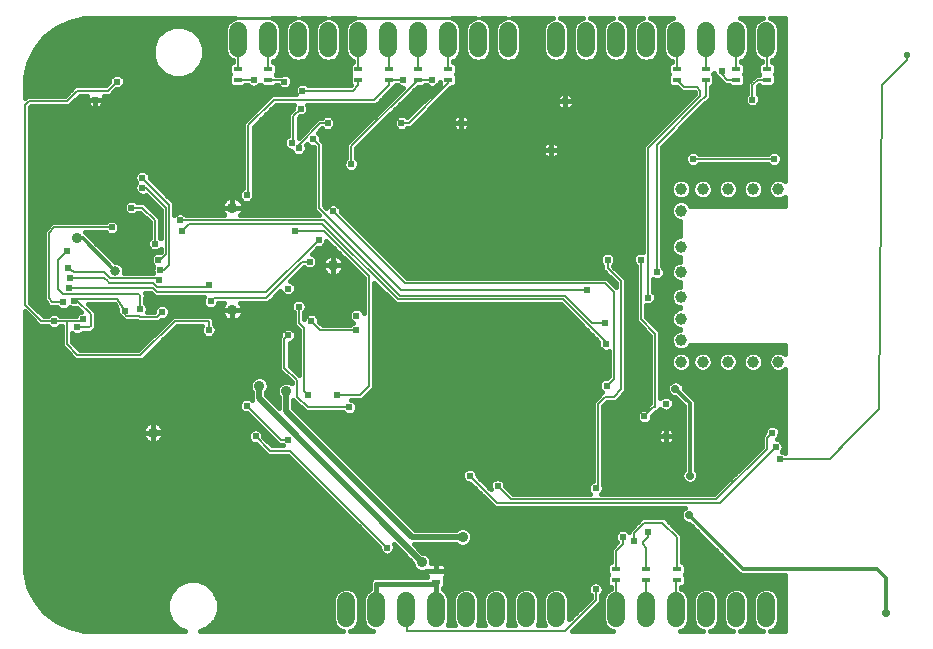
<source format=gbl>
G75*
%MOIN*%
%OFA0B0*%
%FSLAX25Y25*%
%IPPOS*%
%LPD*%
%AMOC8*
5,1,8,0,0,1.08239X$1,22.5*
%
%ADD10C,0.05937*%
%ADD11R,0.03000X0.01800*%
%ADD12C,0.02400*%
%ADD13C,0.03200*%
%ADD14C,0.01200*%
%ADD15C,0.03600*%
%ADD16C,0.00600*%
%ADD17C,0.02200*%
%ADD18C,0.01600*%
%ADD19C,0.02000*%
%ADD20C,0.01000*%
%ADD21C,0.03962*%
%ADD22C,0.02800*%
D10*
X0137048Y0023231D02*
X0137048Y0029169D01*
X0147048Y0029169D02*
X0147048Y0023231D01*
X0157048Y0023231D02*
X0157048Y0029169D01*
X0167048Y0029169D02*
X0167048Y0023231D01*
X0177048Y0023231D02*
X0177048Y0029169D01*
X0187048Y0029169D02*
X0187048Y0023231D01*
X0197048Y0023231D02*
X0197048Y0029169D01*
X0207048Y0029169D02*
X0207048Y0023231D01*
X0227048Y0023231D02*
X0227048Y0029169D01*
X0237048Y0029169D02*
X0237048Y0023231D01*
X0247048Y0023231D02*
X0247048Y0029169D01*
X0257048Y0029169D02*
X0257048Y0023231D01*
X0267048Y0023231D02*
X0267048Y0029169D01*
X0277048Y0029169D02*
X0277048Y0023231D01*
X0277048Y0213231D02*
X0277048Y0219169D01*
X0267048Y0219169D02*
X0267048Y0213231D01*
X0257048Y0213231D02*
X0257048Y0219169D01*
X0247048Y0219169D02*
X0247048Y0213231D01*
X0237048Y0213231D02*
X0237048Y0219169D01*
X0227048Y0219169D02*
X0227048Y0213231D01*
X0217048Y0213231D02*
X0217048Y0219169D01*
X0207048Y0219169D02*
X0207048Y0213231D01*
X0191048Y0213231D02*
X0191048Y0219169D01*
X0181048Y0219169D02*
X0181048Y0213231D01*
X0171048Y0213231D02*
X0171048Y0219169D01*
X0161048Y0219169D02*
X0161048Y0213231D01*
X0151048Y0213231D02*
X0151048Y0219169D01*
X0141048Y0219169D02*
X0141048Y0213231D01*
X0131048Y0213231D02*
X0131048Y0219169D01*
X0121048Y0219169D02*
X0121048Y0213231D01*
X0111048Y0213231D02*
X0111048Y0219169D01*
X0101048Y0219169D02*
X0101048Y0213231D01*
D11*
X0100848Y0206400D03*
X0100848Y0202800D03*
X0111048Y0202800D03*
X0111048Y0206400D03*
X0141048Y0206400D03*
X0141048Y0202800D03*
X0151248Y0202800D03*
X0151248Y0206400D03*
X0160848Y0206400D03*
X0160848Y0202800D03*
X0171048Y0202800D03*
X0171048Y0206400D03*
X0247248Y0206400D03*
X0247248Y0202800D03*
X0256848Y0202800D03*
X0256848Y0206400D03*
X0267048Y0206400D03*
X0267048Y0202800D03*
X0277248Y0202800D03*
X0277248Y0206400D03*
X0247248Y0039600D03*
X0247248Y0036000D03*
X0237048Y0036000D03*
X0237048Y0039600D03*
X0226848Y0039600D03*
X0226848Y0036000D03*
X0167003Y0035390D03*
X0167003Y0038990D03*
D12*
X0150648Y0046800D03*
X0178248Y0070800D03*
X0187491Y0067453D03*
X0220248Y0066600D03*
X0229248Y0050400D03*
X0232848Y0049200D03*
X0237648Y0052200D03*
X0220248Y0033000D03*
X0281673Y0076275D03*
X0280248Y0080400D03*
X0279048Y0085200D03*
X0243648Y0084000D03*
X0236448Y0090600D03*
X0243648Y0094800D03*
X0223848Y0100800D03*
X0223648Y0114800D03*
X0223448Y0121800D03*
X0217248Y0132600D03*
X0224161Y0142804D03*
X0235248Y0142800D03*
X0240648Y0138600D03*
X0237648Y0130200D03*
X0252648Y0176400D03*
X0279648Y0176400D03*
X0272448Y0196200D03*
X0262248Y0205800D03*
X0210048Y0195600D03*
X0205248Y0179400D03*
X0175248Y0188400D03*
X0165648Y0202800D03*
X0156048Y0202800D03*
X0155448Y0188400D03*
X0138648Y0174600D03*
X0126048Y0183000D03*
X0121248Y0180000D03*
X0118848Y0181800D03*
X0130848Y0188400D03*
X0121848Y0193200D03*
X0122448Y0199200D03*
X0116448Y0202200D03*
X0106248Y0202800D03*
X0060648Y0202200D03*
X0053448Y0196200D03*
X0069071Y0170181D03*
X0069048Y0166800D03*
X0065448Y0160200D03*
X0058848Y0153600D03*
X0073248Y0148200D03*
X0074448Y0142800D03*
X0074982Y0139355D03*
X0074808Y0136200D03*
X0068356Y0126322D03*
X0063249Y0125843D03*
X0075648Y0125400D03*
X0091848Y0129000D03*
X0091248Y0134400D03*
X0091248Y0119400D03*
X0117648Y0117600D03*
X0125448Y0122400D03*
X0121248Y0127200D03*
X0117648Y0133200D03*
X0124848Y0142200D03*
X0127848Y0149400D03*
X0120048Y0152400D03*
X0132648Y0159000D03*
X0103848Y0164400D03*
X0081648Y0156000D03*
X0082248Y0152400D03*
X0043848Y0145800D03*
X0044448Y0139995D03*
X0045071Y0136731D03*
X0044555Y0133523D03*
X0046230Y0129203D03*
X0042771Y0128569D03*
X0039648Y0122400D03*
X0047238Y0120259D03*
X0049276Y0123006D03*
X0103848Y0094200D03*
X0106848Y0084000D03*
X0117648Y0082800D03*
X0138048Y0093600D03*
X0133848Y0097800D03*
X0124248Y0097800D03*
X0140448Y0119400D03*
X0140448Y0124200D03*
D13*
X0060048Y0139100D03*
D14*
X0049148Y0150000D01*
X0047448Y0150000D01*
X0246798Y0099750D02*
X0251523Y0095025D01*
X0251523Y0070875D01*
X0251373Y0057675D02*
X0251373Y0057600D01*
X0269373Y0039600D01*
X0313998Y0039600D01*
X0316998Y0036600D01*
X0316998Y0024898D01*
X0316981Y0024881D01*
D15*
X0175848Y0050400D03*
X0162259Y0042000D03*
X0117048Y0099000D03*
X0108048Y0100800D03*
X0072648Y0085200D03*
X0099048Y0126000D03*
X0132648Y0141000D03*
X0099048Y0160200D03*
X0047448Y0150000D03*
D16*
X0043848Y0145800D02*
X0040848Y0142800D01*
X0040848Y0133200D01*
X0042648Y0131400D01*
X0067848Y0131400D01*
X0068448Y0130800D01*
X0068356Y0126322D01*
X0067848Y0124200D02*
X0063648Y0124200D01*
X0063249Y0124599D01*
X0063249Y0125843D01*
X0060718Y0129600D01*
X0047448Y0129600D01*
X0046830Y0129203D01*
X0046230Y0129203D01*
X0047448Y0129112D02*
X0047448Y0129600D01*
X0047448Y0129112D02*
X0051819Y0124741D01*
X0051819Y0120651D01*
X0051393Y0120226D01*
X0047271Y0120226D01*
X0047238Y0120259D01*
X0048670Y0122400D02*
X0044448Y0122400D01*
X0043848Y0121800D01*
X0043848Y0114600D01*
X0047448Y0111000D01*
X0068448Y0111000D01*
X0079848Y0122400D01*
X0091248Y0122400D01*
X0091248Y0119400D01*
X0091848Y0129000D02*
X0093048Y0130200D01*
X0110448Y0130200D01*
X0122448Y0142200D01*
X0124848Y0142200D01*
X0127848Y0149400D02*
X0110374Y0131926D01*
X0074031Y0131926D01*
X0072687Y0133269D01*
X0044555Y0133523D01*
X0045071Y0136731D02*
X0056448Y0136800D01*
X0057648Y0135600D01*
X0057653Y0135600D01*
X0058050Y0135203D01*
X0072503Y0135203D01*
X0073868Y0133838D01*
X0090686Y0133838D01*
X0091248Y0134400D01*
X0078048Y0141000D02*
X0076403Y0139355D01*
X0074982Y0139355D01*
X0073848Y0136800D02*
X0074808Y0136200D01*
X0074080Y0136568D01*
X0058470Y0136568D01*
X0058248Y0136791D01*
X0058248Y0136800D01*
X0056448Y0138600D01*
X0046248Y0138600D01*
X0044448Y0139995D01*
X0042771Y0128569D02*
X0039024Y0128593D01*
X0037848Y0130200D01*
X0037848Y0151800D01*
X0039648Y0153600D01*
X0058848Y0153600D01*
X0065448Y0160200D02*
X0069048Y0160200D01*
X0073248Y0156000D01*
X0073248Y0148200D01*
X0076848Y0144600D02*
X0075048Y0142800D01*
X0074448Y0142800D01*
X0076848Y0144600D02*
X0076848Y0160200D01*
X0070248Y0166800D01*
X0069048Y0166800D01*
X0069071Y0170181D02*
X0078048Y0161204D01*
X0078048Y0141000D01*
X0082248Y0152400D02*
X0084648Y0154800D01*
X0129048Y0154800D01*
X0154248Y0129600D01*
X0209448Y0129600D01*
X0223248Y0115800D01*
X0223248Y0115200D01*
X0223648Y0114800D01*
X0223048Y0114800D01*
X0223448Y0121800D02*
X0219048Y0121800D01*
X0210048Y0130800D01*
X0154848Y0130800D01*
X0129648Y0156000D01*
X0081648Y0156000D01*
X0103848Y0164400D02*
X0104448Y0165000D01*
X0104448Y0187800D01*
X0112848Y0196200D01*
X0146448Y0196200D01*
X0151248Y0201000D01*
X0151248Y0202800D01*
X0156048Y0202800D01*
X0160848Y0202800D02*
X0165648Y0202800D01*
X0160848Y0202800D02*
X0138648Y0180600D01*
X0138648Y0174600D01*
X0127848Y0181200D02*
X0126048Y0183000D01*
X0127848Y0181200D02*
X0127848Y0160200D01*
X0155448Y0132600D01*
X0217248Y0132600D01*
X0223248Y0135000D02*
X0226248Y0132000D01*
X0226248Y0103200D01*
X0223848Y0100800D01*
X0223248Y0097200D02*
X0220848Y0094800D01*
X0220848Y0067200D01*
X0220248Y0066600D01*
X0232848Y0051600D02*
X0236448Y0055200D01*
X0242448Y0055200D01*
X0247248Y0050400D01*
X0247248Y0039600D01*
X0247248Y0036000D02*
X0247048Y0035800D01*
X0247048Y0026200D01*
X0237048Y0026200D02*
X0237048Y0036000D01*
X0237048Y0039600D02*
X0237048Y0046800D01*
X0235848Y0048000D01*
X0235848Y0048600D01*
X0237648Y0050400D01*
X0237648Y0052200D01*
X0232848Y0051600D02*
X0232848Y0049200D01*
X0229248Y0048000D02*
X0229248Y0050400D01*
X0229248Y0048000D02*
X0226848Y0045600D01*
X0226848Y0039600D01*
X0226848Y0036000D02*
X0227048Y0035400D01*
X0227048Y0026200D01*
X0220248Y0029400D02*
X0220248Y0033000D01*
X0220248Y0029400D02*
X0210048Y0019200D01*
X0157248Y0019200D01*
X0157248Y0026000D01*
X0157048Y0026200D01*
X0157248Y0026400D01*
X0150648Y0046800D02*
X0118248Y0079200D01*
X0111648Y0079200D01*
X0106848Y0084000D01*
X0115248Y0082800D02*
X0103848Y0094200D01*
X0115248Y0082800D02*
X0117648Y0082800D01*
X0124248Y0093600D02*
X0120648Y0097200D01*
X0120648Y0102600D01*
X0116448Y0106800D01*
X0116448Y0116400D01*
X0117648Y0117600D01*
X0121248Y0121800D02*
X0121248Y0127200D01*
X0121248Y0121800D02*
X0123048Y0120000D01*
X0123048Y0099000D01*
X0124248Y0097800D01*
X0124248Y0093600D02*
X0138048Y0093600D01*
X0141648Y0097800D02*
X0133848Y0097800D01*
X0141648Y0097800D02*
X0144648Y0100800D01*
X0144648Y0137400D01*
X0129648Y0152400D01*
X0120048Y0152400D01*
X0132648Y0159000D02*
X0156648Y0135000D01*
X0223248Y0135000D01*
X0224161Y0140087D02*
X0228648Y0135600D01*
X0228648Y0099600D01*
X0226248Y0097200D01*
X0223248Y0097200D01*
X0236448Y0090600D02*
X0239448Y0093600D01*
X0240048Y0093600D01*
X0240048Y0118200D01*
X0235248Y0123000D01*
X0235248Y0142800D01*
X0240648Y0138600D02*
X0240648Y0181200D01*
X0254748Y0195300D01*
X0256848Y0197400D01*
X0256848Y0202800D01*
X0256848Y0206400D02*
X0256848Y0216000D01*
X0257048Y0216200D01*
X0267048Y0216200D02*
X0267048Y0206400D01*
X0267048Y0202800D02*
X0264048Y0202800D01*
X0262248Y0204600D01*
X0262248Y0205800D01*
X0255048Y0199200D02*
X0253848Y0200400D01*
X0249648Y0200400D01*
X0247248Y0202800D01*
X0247248Y0206400D02*
X0247248Y0216000D01*
X0247048Y0216200D01*
X0255048Y0199200D02*
X0255048Y0197400D01*
X0237648Y0180000D01*
X0237648Y0130200D01*
X0224161Y0140087D02*
X0224161Y0142804D01*
X0252648Y0176400D02*
X0279648Y0176400D01*
X0272448Y0196200D02*
X0272448Y0201000D01*
X0272748Y0201300D01*
X0274248Y0202800D01*
X0277248Y0202800D01*
X0277848Y0202800D01*
X0277248Y0206400D02*
X0277248Y0216000D01*
X0277048Y0216200D01*
X0315648Y0201000D02*
X0324048Y0209400D01*
X0324048Y0211200D01*
X0315648Y0201000D02*
X0314673Y0093000D01*
X0302260Y0080588D01*
X0302260Y0080363D01*
X0298173Y0076275D01*
X0281673Y0076275D01*
X0280248Y0080400D02*
X0261648Y0061800D01*
X0187248Y0061800D01*
X0178248Y0070800D01*
X0187491Y0067453D02*
X0191944Y0063000D01*
X0260448Y0063000D01*
X0277248Y0079800D01*
X0277248Y0083400D01*
X0279048Y0085200D01*
X0301473Y0079800D02*
X0302260Y0080588D01*
X0243648Y0083400D02*
X0243648Y0084000D01*
X0140448Y0119400D02*
X0128448Y0119400D01*
X0125448Y0122400D01*
X0075648Y0125400D02*
X0073848Y0123600D01*
X0068448Y0123600D01*
X0067848Y0124200D01*
X0049276Y0123006D02*
X0048670Y0122400D01*
X0044448Y0122400D02*
X0039648Y0122400D01*
X0035448Y0122400D01*
X0030048Y0127800D01*
X0030048Y0194400D01*
X0031248Y0195600D01*
X0043848Y0195600D01*
X0047448Y0199200D01*
X0057648Y0199200D01*
X0060648Y0202200D01*
X0054048Y0196200D02*
X0053448Y0196200D01*
X0054048Y0213600D02*
X0064189Y0223387D01*
X0100848Y0216000D02*
X0100848Y0206400D01*
X0100848Y0202800D02*
X0106248Y0202800D01*
X0111048Y0202800D02*
X0115848Y0202800D01*
X0116448Y0202200D01*
X0122448Y0199200D02*
X0139248Y0199200D01*
X0141048Y0201000D01*
X0141048Y0202800D01*
X0141048Y0206400D02*
X0141048Y0216200D01*
X0151048Y0216200D02*
X0151248Y0216000D01*
X0151248Y0206400D01*
X0160848Y0206400D02*
X0160848Y0216000D01*
X0161048Y0216200D01*
X0171048Y0216200D02*
X0171048Y0206400D01*
X0171048Y0202800D02*
X0171048Y0201600D01*
X0157848Y0188400D01*
X0155448Y0188400D01*
X0174048Y0188400D02*
X0175248Y0188400D01*
X0184248Y0188400D01*
X0195648Y0199800D01*
X0195648Y0220200D01*
X0199189Y0223387D01*
X0210048Y0196800D02*
X0210048Y0195600D01*
X0130848Y0188400D02*
X0128448Y0188400D01*
X0121248Y0181200D01*
X0121248Y0180000D01*
X0119448Y0181800D02*
X0118848Y0181800D01*
X0119448Y0181800D02*
X0119448Y0190800D01*
X0121848Y0193200D01*
X0111048Y0206400D02*
X0111048Y0216200D01*
X0101048Y0216200D02*
X0100848Y0216000D01*
D17*
X0324048Y0211200D03*
D18*
X0036350Y0025502D02*
X0033251Y0029389D01*
X0031094Y0033868D01*
X0029988Y0038714D01*
X0029848Y0041200D01*
X0029848Y0125596D01*
X0034744Y0120700D01*
X0037671Y0120700D01*
X0038175Y0120196D01*
X0039131Y0119800D01*
X0040165Y0119800D01*
X0041121Y0120196D01*
X0041625Y0120700D01*
X0042148Y0120700D01*
X0042148Y0113896D01*
X0043144Y0112900D01*
X0046744Y0109300D01*
X0069152Y0109300D01*
X0070148Y0110296D01*
X0080552Y0120700D01*
X0088972Y0120700D01*
X0088648Y0119917D01*
X0088648Y0118883D01*
X0089044Y0117927D01*
X0089775Y0117196D01*
X0090731Y0116800D01*
X0091765Y0116800D01*
X0092721Y0117196D01*
X0093452Y0117927D01*
X0093848Y0118883D01*
X0093848Y0119917D01*
X0093452Y0120873D01*
X0092948Y0121377D01*
X0092948Y0123104D01*
X0091952Y0124100D01*
X0079144Y0124100D01*
X0067744Y0112700D01*
X0048152Y0112700D01*
X0045548Y0115304D01*
X0045548Y0118271D01*
X0045765Y0118054D01*
X0046721Y0117659D01*
X0047755Y0117659D01*
X0048711Y0118054D01*
X0049182Y0118526D01*
X0052098Y0118526D01*
X0052523Y0118951D01*
X0053519Y0119947D01*
X0053519Y0125445D01*
X0051064Y0127900D01*
X0059813Y0127900D01*
X0060726Y0126546D01*
X0060649Y0126360D01*
X0060649Y0125326D01*
X0061045Y0124370D01*
X0061777Y0123639D01*
X0061825Y0123619D01*
X0062545Y0122899D01*
X0062944Y0122500D01*
X0067144Y0122500D01*
X0067744Y0121900D01*
X0074552Y0121900D01*
X0075452Y0122800D01*
X0076165Y0122800D01*
X0077121Y0123196D01*
X0077852Y0123927D01*
X0078248Y0124883D01*
X0078248Y0125917D01*
X0077852Y0126873D01*
X0077121Y0127604D01*
X0076165Y0128000D01*
X0075131Y0128000D01*
X0074175Y0127604D01*
X0073444Y0126873D01*
X0073048Y0125917D01*
X0073048Y0125300D01*
X0070747Y0125300D01*
X0070956Y0125805D01*
X0070956Y0126839D01*
X0070560Y0127795D01*
X0070096Y0128259D01*
X0070134Y0130081D01*
X0070148Y0130096D01*
X0070148Y0130782D01*
X0070162Y0131469D01*
X0070148Y0131484D01*
X0070148Y0131504D01*
X0070059Y0131593D01*
X0071977Y0131575D01*
X0072331Y0131221D01*
X0073327Y0130226D01*
X0089541Y0130226D01*
X0089248Y0129517D01*
X0089248Y0128483D01*
X0089644Y0127527D01*
X0090375Y0126796D01*
X0091331Y0126400D01*
X0092365Y0126400D01*
X0093321Y0126796D01*
X0094052Y0127527D01*
X0094448Y0128483D01*
X0094448Y0128500D01*
X0096457Y0128500D01*
X0096252Y0128295D01*
X0095858Y0127705D01*
X0095586Y0127050D01*
X0095448Y0126355D01*
X0095448Y0126000D01*
X0099048Y0126000D01*
X0102648Y0126000D01*
X0102648Y0126355D01*
X0102510Y0127050D01*
X0102238Y0127705D01*
X0101844Y0128295D01*
X0101639Y0128500D01*
X0111152Y0128500D01*
X0112148Y0129496D01*
X0115132Y0132480D01*
X0115444Y0131727D01*
X0116175Y0130996D01*
X0117131Y0130600D01*
X0118165Y0130600D01*
X0119121Y0130996D01*
X0119852Y0131727D01*
X0120248Y0132683D01*
X0120248Y0133717D01*
X0119852Y0134673D01*
X0119121Y0135404D01*
X0118368Y0135716D01*
X0123012Y0140359D01*
X0123375Y0139996D01*
X0124331Y0139600D01*
X0125365Y0139600D01*
X0126321Y0139996D01*
X0127052Y0140727D01*
X0127448Y0141683D01*
X0127448Y0142717D01*
X0127052Y0143673D01*
X0126321Y0144404D01*
X0125568Y0144716D01*
X0127652Y0146800D01*
X0128365Y0146800D01*
X0129321Y0147196D01*
X0130052Y0147927D01*
X0130448Y0148883D01*
X0130448Y0149196D01*
X0142948Y0136696D01*
X0142948Y0124959D01*
X0142652Y0125673D01*
X0141921Y0126404D01*
X0140965Y0126800D01*
X0139931Y0126800D01*
X0138975Y0126404D01*
X0138244Y0125673D01*
X0137848Y0124717D01*
X0137848Y0123683D01*
X0138244Y0122727D01*
X0138975Y0121996D01*
X0139448Y0121800D01*
X0138975Y0121604D01*
X0138471Y0121100D01*
X0129152Y0121100D01*
X0128048Y0122204D01*
X0128048Y0122917D01*
X0127652Y0123873D01*
X0126921Y0124604D01*
X0125965Y0125000D01*
X0124931Y0125000D01*
X0123975Y0124604D01*
X0123244Y0123873D01*
X0122948Y0123159D01*
X0122948Y0125223D01*
X0123452Y0125727D01*
X0123848Y0126683D01*
X0123848Y0127717D01*
X0123452Y0128673D01*
X0122721Y0129404D01*
X0121765Y0129800D01*
X0120731Y0129800D01*
X0119775Y0129404D01*
X0119044Y0128673D01*
X0118648Y0127717D01*
X0118648Y0126683D01*
X0119044Y0125727D01*
X0119548Y0125223D01*
X0119548Y0121096D01*
X0120544Y0120100D01*
X0121348Y0119296D01*
X0121348Y0104304D01*
X0118148Y0107504D01*
X0118148Y0115000D01*
X0118165Y0115000D01*
X0119121Y0115396D01*
X0119852Y0116127D01*
X0120248Y0117083D01*
X0120248Y0118117D01*
X0119852Y0119073D01*
X0119121Y0119804D01*
X0118165Y0120200D01*
X0117131Y0120200D01*
X0116175Y0119804D01*
X0115444Y0119073D01*
X0115048Y0118117D01*
X0115048Y0117404D01*
X0114748Y0117104D01*
X0114748Y0106096D01*
X0118948Y0101896D01*
X0118948Y0101625D01*
X0118861Y0101713D01*
X0117684Y0102200D01*
X0116411Y0102200D01*
X0115235Y0101713D01*
X0114335Y0100813D01*
X0113848Y0099637D01*
X0113848Y0098363D01*
X0114335Y0097187D01*
X0114648Y0096875D01*
X0114648Y0093359D01*
X0110448Y0097589D01*
X0110448Y0098675D01*
X0110761Y0098987D01*
X0111248Y0100163D01*
X0111248Y0101437D01*
X0110761Y0102613D01*
X0109861Y0103513D01*
X0108684Y0104000D01*
X0107411Y0104000D01*
X0106235Y0103513D01*
X0105335Y0102613D01*
X0104848Y0101437D01*
X0104848Y0100163D01*
X0105335Y0098987D01*
X0105648Y0098675D01*
X0105648Y0096605D01*
X0105646Y0096131D01*
X0105648Y0096127D01*
X0105648Y0096123D01*
X0105680Y0096045D01*
X0105321Y0096404D01*
X0104365Y0096800D01*
X0103331Y0096800D01*
X0102375Y0096404D01*
X0101644Y0095673D01*
X0101248Y0094717D01*
X0101248Y0093683D01*
X0101644Y0092727D01*
X0102375Y0091996D01*
X0103331Y0091600D01*
X0104044Y0091600D01*
X0114544Y0081100D01*
X0115671Y0081100D01*
X0115871Y0080900D01*
X0112352Y0080900D01*
X0109448Y0083804D01*
X0109448Y0084517D01*
X0109052Y0085473D01*
X0108321Y0086204D01*
X0107365Y0086600D01*
X0106331Y0086600D01*
X0105375Y0086204D01*
X0104644Y0085473D01*
X0104248Y0084517D01*
X0104248Y0083483D01*
X0104644Y0082527D01*
X0105375Y0081796D01*
X0106331Y0081400D01*
X0107044Y0081400D01*
X0109948Y0078496D01*
X0110944Y0077500D01*
X0117544Y0077500D01*
X0148048Y0046996D01*
X0148048Y0046283D01*
X0148444Y0045327D01*
X0149175Y0044596D01*
X0150131Y0044200D01*
X0151165Y0044200D01*
X0152121Y0044596D01*
X0152852Y0045327D01*
X0153248Y0046283D01*
X0153248Y0047317D01*
X0152998Y0047921D01*
X0159059Y0041817D01*
X0159059Y0041363D01*
X0159546Y0040187D01*
X0160446Y0039287D01*
X0161622Y0038800D01*
X0162895Y0038800D01*
X0163703Y0039135D01*
X0163703Y0038990D01*
X0167003Y0038990D01*
X0167003Y0041690D01*
X0165459Y0041690D01*
X0165459Y0042637D01*
X0164972Y0043813D01*
X0164071Y0044713D01*
X0162895Y0045200D01*
X0162464Y0045200D01*
X0159684Y0048000D01*
X0173722Y0048000D01*
X0174035Y0047687D01*
X0175211Y0047200D01*
X0176484Y0047200D01*
X0177661Y0047687D01*
X0178561Y0048587D01*
X0179048Y0049763D01*
X0179048Y0051037D01*
X0178561Y0052213D01*
X0177661Y0053113D01*
X0176484Y0053600D01*
X0175211Y0053600D01*
X0174035Y0053113D01*
X0173722Y0052800D01*
X0160042Y0052800D01*
X0119448Y0093394D01*
X0119448Y0095996D01*
X0119944Y0095500D01*
X0123544Y0091900D01*
X0136071Y0091900D01*
X0136575Y0091396D01*
X0137531Y0091000D01*
X0138565Y0091000D01*
X0139521Y0091396D01*
X0140252Y0092127D01*
X0140648Y0093083D01*
X0140648Y0094117D01*
X0140252Y0095073D01*
X0139521Y0095804D01*
X0138806Y0096100D01*
X0142352Y0096100D01*
X0145352Y0099100D01*
X0146348Y0100096D01*
X0146348Y0135096D01*
X0153544Y0127900D01*
X0208744Y0127900D01*
X0221130Y0115514D01*
X0221048Y0115317D01*
X0221048Y0114283D01*
X0221444Y0113327D01*
X0222175Y0112596D01*
X0223131Y0112200D01*
X0224165Y0112200D01*
X0224548Y0112359D01*
X0224548Y0103904D01*
X0224044Y0103400D01*
X0223331Y0103400D01*
X0222375Y0103004D01*
X0221644Y0102273D01*
X0221248Y0101317D01*
X0221248Y0100283D01*
X0221644Y0099327D01*
X0222307Y0098664D01*
X0220144Y0096500D01*
X0219148Y0095504D01*
X0219148Y0068959D01*
X0218775Y0068804D01*
X0218044Y0068073D01*
X0217648Y0067117D01*
X0217648Y0066083D01*
X0218044Y0065127D01*
X0218471Y0064700D01*
X0192648Y0064700D01*
X0190091Y0067257D01*
X0190091Y0067970D01*
X0189695Y0068925D01*
X0188964Y0069657D01*
X0188008Y0070053D01*
X0186974Y0070053D01*
X0186018Y0069657D01*
X0185287Y0068925D01*
X0184891Y0067970D01*
X0184891Y0066935D01*
X0185156Y0066296D01*
X0180848Y0070604D01*
X0180848Y0071317D01*
X0180452Y0072273D01*
X0179721Y0073004D01*
X0178765Y0073400D01*
X0177731Y0073400D01*
X0176775Y0073004D01*
X0176044Y0072273D01*
X0175648Y0071317D01*
X0175648Y0070283D01*
X0176044Y0069327D01*
X0176775Y0068596D01*
X0177731Y0068200D01*
X0178444Y0068200D01*
X0186544Y0060100D01*
X0249911Y0060100D01*
X0249787Y0060049D01*
X0248999Y0059261D01*
X0248573Y0058232D01*
X0248573Y0057118D01*
X0248999Y0056089D01*
X0249787Y0055301D01*
X0250816Y0054875D01*
X0251270Y0054875D01*
X0267373Y0038772D01*
X0268545Y0037600D01*
X0283248Y0037600D01*
X0283248Y0019000D01*
X0278248Y0019000D01*
X0279523Y0019528D01*
X0280751Y0020757D01*
X0281416Y0022363D01*
X0281416Y0030037D01*
X0280751Y0031643D01*
X0279523Y0032872D01*
X0277917Y0033537D01*
X0276179Y0033537D01*
X0274573Y0032872D01*
X0273345Y0031643D01*
X0272679Y0030037D01*
X0272679Y0022363D01*
X0273345Y0020757D01*
X0274573Y0019528D01*
X0275848Y0019000D01*
X0268248Y0019000D01*
X0269523Y0019528D01*
X0270751Y0020757D01*
X0271416Y0022363D01*
X0271416Y0030037D01*
X0270751Y0031643D01*
X0269523Y0032872D01*
X0267917Y0033537D01*
X0266179Y0033537D01*
X0264573Y0032872D01*
X0263345Y0031643D01*
X0262679Y0030037D01*
X0262679Y0022363D01*
X0263345Y0020757D01*
X0264573Y0019528D01*
X0265848Y0019000D01*
X0258248Y0019000D01*
X0259523Y0019528D01*
X0260751Y0020757D01*
X0261416Y0022363D01*
X0261416Y0030037D01*
X0260751Y0031643D01*
X0259523Y0032872D01*
X0257917Y0033537D01*
X0256179Y0033537D01*
X0254573Y0032872D01*
X0253345Y0031643D01*
X0252679Y0030037D01*
X0252679Y0022363D01*
X0253345Y0020757D01*
X0254573Y0019528D01*
X0255848Y0019000D01*
X0248248Y0019000D01*
X0249523Y0019528D01*
X0250751Y0020757D01*
X0251416Y0022363D01*
X0251416Y0030037D01*
X0250751Y0031643D01*
X0249523Y0032872D01*
X0248748Y0033193D01*
X0248748Y0033700D01*
X0249328Y0033700D01*
X0250148Y0034520D01*
X0250148Y0037480D01*
X0249828Y0037800D01*
X0250148Y0038120D01*
X0250148Y0041080D01*
X0249328Y0041900D01*
X0248948Y0041900D01*
X0248948Y0051104D01*
X0247952Y0052100D01*
X0243152Y0056900D01*
X0235744Y0056900D01*
X0234748Y0055904D01*
X0231148Y0052304D01*
X0231148Y0052177D01*
X0230721Y0052604D01*
X0229765Y0053000D01*
X0228731Y0053000D01*
X0227775Y0052604D01*
X0227044Y0051873D01*
X0226648Y0050917D01*
X0226648Y0049883D01*
X0227044Y0048927D01*
X0227407Y0048564D01*
X0225148Y0046304D01*
X0225148Y0041900D01*
X0224768Y0041900D01*
X0223948Y0041080D01*
X0223948Y0038120D01*
X0224268Y0037800D01*
X0223948Y0037480D01*
X0223948Y0034520D01*
X0224768Y0033700D01*
X0225348Y0033700D01*
X0225348Y0033193D01*
X0224573Y0032872D01*
X0223345Y0031643D01*
X0222679Y0030037D01*
X0222679Y0022363D01*
X0223345Y0020757D01*
X0224573Y0019528D01*
X0225848Y0019000D01*
X0212252Y0019000D01*
X0221948Y0028696D01*
X0221948Y0031023D01*
X0222452Y0031527D01*
X0222848Y0032483D01*
X0222848Y0033517D01*
X0222452Y0034473D01*
X0221721Y0035204D01*
X0220765Y0035600D01*
X0219731Y0035600D01*
X0218775Y0035204D01*
X0218044Y0034473D01*
X0217648Y0033517D01*
X0217648Y0032483D01*
X0218044Y0031527D01*
X0218548Y0031023D01*
X0218548Y0030104D01*
X0211416Y0022973D01*
X0211416Y0030037D01*
X0210751Y0031643D01*
X0209523Y0032872D01*
X0207917Y0033537D01*
X0206179Y0033537D01*
X0204573Y0032872D01*
X0203345Y0031643D01*
X0202679Y0030037D01*
X0202679Y0022363D01*
X0203285Y0020900D01*
X0200811Y0020900D01*
X0201416Y0022363D01*
X0201416Y0030037D01*
X0200751Y0031643D01*
X0199523Y0032872D01*
X0197917Y0033537D01*
X0196179Y0033537D01*
X0194573Y0032872D01*
X0193345Y0031643D01*
X0192679Y0030037D01*
X0192679Y0022363D01*
X0193285Y0020900D01*
X0190811Y0020900D01*
X0191416Y0022363D01*
X0191416Y0030037D01*
X0190751Y0031643D01*
X0189523Y0032872D01*
X0187917Y0033537D01*
X0186179Y0033537D01*
X0184573Y0032872D01*
X0183345Y0031643D01*
X0182679Y0030037D01*
X0182679Y0022363D01*
X0183285Y0020900D01*
X0180811Y0020900D01*
X0181416Y0022363D01*
X0181416Y0030037D01*
X0180751Y0031643D01*
X0179523Y0032872D01*
X0177917Y0033537D01*
X0176179Y0033537D01*
X0174573Y0032872D01*
X0173345Y0031643D01*
X0172679Y0030037D01*
X0172679Y0022363D01*
X0173285Y0020900D01*
X0170811Y0020900D01*
X0171416Y0022363D01*
X0171416Y0030037D01*
X0170751Y0031643D01*
X0169523Y0032872D01*
X0169248Y0032986D01*
X0169248Y0033254D01*
X0169903Y0033910D01*
X0169903Y0036870D01*
X0169866Y0036907D01*
X0169944Y0036984D01*
X0170181Y0037395D01*
X0170303Y0037853D01*
X0170303Y0038990D01*
X0170303Y0040127D01*
X0170181Y0040584D01*
X0169944Y0040995D01*
X0169609Y0041330D01*
X0169198Y0041567D01*
X0168740Y0041690D01*
X0167003Y0041690D01*
X0167003Y0038990D01*
X0167003Y0038990D01*
X0167003Y0038990D01*
X0163703Y0038990D01*
X0163703Y0037853D01*
X0163826Y0037395D01*
X0164054Y0037000D01*
X0146137Y0037000D01*
X0144848Y0035711D01*
X0144848Y0032986D01*
X0144573Y0032872D01*
X0143345Y0031643D01*
X0142679Y0030037D01*
X0142679Y0022363D01*
X0143345Y0020757D01*
X0144573Y0019528D01*
X0145848Y0019000D01*
X0138248Y0019000D01*
X0139523Y0019528D01*
X0140751Y0020757D01*
X0141416Y0022363D01*
X0141416Y0030037D01*
X0140751Y0031643D01*
X0139523Y0032872D01*
X0137917Y0033537D01*
X0136179Y0033537D01*
X0134573Y0032872D01*
X0133345Y0031643D01*
X0132679Y0030037D01*
X0132679Y0022363D01*
X0133345Y0020757D01*
X0134573Y0019528D01*
X0135848Y0019000D01*
X0088331Y0019000D01*
X0090769Y0020010D01*
X0093188Y0022429D01*
X0094497Y0025590D01*
X0094497Y0029010D01*
X0093188Y0032171D01*
X0090769Y0034590D01*
X0087608Y0035899D01*
X0084187Y0035899D01*
X0081027Y0034590D01*
X0078608Y0032171D01*
X0077299Y0029010D01*
X0077299Y0025590D01*
X0078608Y0022429D01*
X0081027Y0020010D01*
X0083465Y0019000D01*
X0052048Y0019000D01*
X0049562Y0019140D01*
X0044716Y0020246D01*
X0040237Y0022403D01*
X0036350Y0025502D01*
X0036843Y0025109D02*
X0077498Y0025109D01*
X0077299Y0026708D02*
X0035389Y0026708D01*
X0034114Y0028306D02*
X0077299Y0028306D01*
X0077669Y0029905D02*
X0033002Y0029905D01*
X0032232Y0031503D02*
X0078331Y0031503D01*
X0079539Y0033102D02*
X0031463Y0033102D01*
X0030904Y0034700D02*
X0081293Y0034700D01*
X0090503Y0034700D02*
X0144848Y0034700D01*
X0144848Y0033102D02*
X0138968Y0033102D01*
X0140809Y0031503D02*
X0143287Y0031503D01*
X0142679Y0029905D02*
X0141416Y0029905D01*
X0141416Y0028306D02*
X0142679Y0028306D01*
X0142679Y0026708D02*
X0141416Y0026708D01*
X0141416Y0025109D02*
X0142679Y0025109D01*
X0142679Y0023511D02*
X0141416Y0023511D01*
X0141230Y0021912D02*
X0142866Y0021912D01*
X0143788Y0020314D02*
X0140308Y0020314D01*
X0133788Y0020314D02*
X0091073Y0020314D01*
X0092671Y0021912D02*
X0132866Y0021912D01*
X0132679Y0023511D02*
X0093636Y0023511D01*
X0094298Y0025109D02*
X0132679Y0025109D01*
X0132679Y0026708D02*
X0094497Y0026708D01*
X0094497Y0028306D02*
X0132679Y0028306D01*
X0132679Y0029905D02*
X0094127Y0029905D01*
X0093465Y0031503D02*
X0133287Y0031503D01*
X0135128Y0033102D02*
X0092257Y0033102D01*
X0078160Y0023511D02*
X0038848Y0023511D01*
X0041256Y0021912D02*
X0079125Y0021912D01*
X0080723Y0020314D02*
X0044575Y0020314D01*
X0030539Y0036299D02*
X0145435Y0036299D01*
X0147048Y0034800D02*
X0147048Y0026200D01*
X0147048Y0034800D02*
X0166848Y0034800D01*
X0167048Y0034600D01*
X0167048Y0026200D01*
X0167048Y0035345D01*
X0167003Y0035390D01*
X0169903Y0034700D02*
X0218271Y0034700D01*
X0217648Y0033102D02*
X0208968Y0033102D01*
X0210809Y0031503D02*
X0218068Y0031503D01*
X0218348Y0029905D02*
X0211416Y0029905D01*
X0211416Y0028306D02*
X0216750Y0028306D01*
X0215151Y0026708D02*
X0211416Y0026708D01*
X0211416Y0025109D02*
X0213553Y0025109D01*
X0211954Y0023511D02*
X0211416Y0023511D01*
X0213566Y0020314D02*
X0223788Y0020314D01*
X0222866Y0021912D02*
X0215164Y0021912D01*
X0216763Y0023511D02*
X0222679Y0023511D01*
X0222679Y0025109D02*
X0218361Y0025109D01*
X0219960Y0026708D02*
X0222679Y0026708D01*
X0222679Y0028306D02*
X0221558Y0028306D01*
X0221948Y0029905D02*
X0222679Y0029905D01*
X0222428Y0031503D02*
X0223287Y0031503D01*
X0222848Y0033102D02*
X0225128Y0033102D01*
X0223948Y0034700D02*
X0222225Y0034700D01*
X0223948Y0036299D02*
X0169903Y0036299D01*
X0170303Y0037897D02*
X0224171Y0037897D01*
X0223948Y0039496D02*
X0170303Y0039496D01*
X0170303Y0038990D02*
X0167003Y0038990D01*
X0167003Y0038990D01*
X0170303Y0038990D01*
X0169844Y0041094D02*
X0223962Y0041094D01*
X0225148Y0042693D02*
X0165435Y0042693D01*
X0164493Y0044291D02*
X0225148Y0044291D01*
X0225148Y0045890D02*
X0161779Y0045890D01*
X0160192Y0047488D02*
X0174515Y0047488D01*
X0177180Y0047488D02*
X0226332Y0047488D01*
X0226978Y0049087D02*
X0178768Y0049087D01*
X0179048Y0050685D02*
X0226648Y0050685D01*
X0227455Y0052284D02*
X0178490Y0052284D01*
X0186367Y0060276D02*
X0152566Y0060276D01*
X0154164Y0058678D02*
X0248758Y0058678D01*
X0248589Y0057079D02*
X0155763Y0057079D01*
X0157361Y0055481D02*
X0234325Y0055481D01*
X0232726Y0053882D02*
X0158960Y0053882D01*
X0153428Y0047488D02*
X0153177Y0047488D01*
X0153085Y0045890D02*
X0155015Y0045890D01*
X0156602Y0044291D02*
X0151385Y0044291D01*
X0149910Y0044291D02*
X0029848Y0044291D01*
X0029848Y0042693D02*
X0158189Y0042693D01*
X0159170Y0041094D02*
X0029854Y0041094D01*
X0029944Y0039496D02*
X0160238Y0039496D01*
X0163703Y0037897D02*
X0030174Y0037897D01*
X0029848Y0045890D02*
X0148211Y0045890D01*
X0147555Y0047488D02*
X0029848Y0047488D01*
X0029848Y0049087D02*
X0145957Y0049087D01*
X0144358Y0050685D02*
X0029848Y0050685D01*
X0029848Y0052284D02*
X0142760Y0052284D01*
X0141161Y0053882D02*
X0029848Y0053882D01*
X0029848Y0055481D02*
X0139563Y0055481D01*
X0137964Y0057079D02*
X0029848Y0057079D01*
X0029848Y0058678D02*
X0136366Y0058678D01*
X0134767Y0060276D02*
X0029848Y0060276D01*
X0029848Y0061875D02*
X0133169Y0061875D01*
X0131570Y0063473D02*
X0029848Y0063473D01*
X0029848Y0065072D02*
X0129972Y0065072D01*
X0128373Y0066670D02*
X0029848Y0066670D01*
X0029848Y0068269D02*
X0126775Y0068269D01*
X0125176Y0069867D02*
X0029848Y0069867D01*
X0029848Y0071466D02*
X0123578Y0071466D01*
X0121979Y0073064D02*
X0029848Y0073064D01*
X0029848Y0074663D02*
X0120381Y0074663D01*
X0118782Y0076261D02*
X0029848Y0076261D01*
X0029848Y0077860D02*
X0110584Y0077860D01*
X0108985Y0079459D02*
X0029848Y0079459D01*
X0029848Y0081057D02*
X0107387Y0081057D01*
X0104591Y0082656D02*
X0075195Y0082656D01*
X0075444Y0082905D02*
X0075838Y0083495D01*
X0076110Y0084150D01*
X0076248Y0084845D01*
X0076248Y0085200D01*
X0076248Y0085555D01*
X0076110Y0086250D01*
X0075838Y0086905D01*
X0075444Y0087495D01*
X0074943Y0087996D01*
X0074353Y0088390D01*
X0073698Y0088662D01*
X0073003Y0088800D01*
X0072648Y0088800D01*
X0072648Y0085200D01*
X0076248Y0085200D01*
X0072648Y0085200D01*
X0072648Y0085200D01*
X0072648Y0085200D01*
X0072648Y0081600D01*
X0073003Y0081600D01*
X0073698Y0081738D01*
X0074353Y0082010D01*
X0074943Y0082404D01*
X0075444Y0082905D01*
X0076130Y0084254D02*
X0104248Y0084254D01*
X0105024Y0085853D02*
X0076189Y0085853D01*
X0075474Y0087451D02*
X0108193Y0087451D01*
X0108672Y0085853D02*
X0109791Y0085853D01*
X0109448Y0084254D02*
X0111390Y0084254D01*
X0110597Y0082656D02*
X0112988Y0082656D01*
X0112195Y0081057D02*
X0115714Y0081057D01*
X0123792Y0089050D02*
X0219148Y0089050D01*
X0219148Y0090648D02*
X0122194Y0090648D01*
X0123197Y0092247D02*
X0120595Y0092247D01*
X0121599Y0093845D02*
X0119448Y0093845D01*
X0119448Y0095444D02*
X0120000Y0095444D01*
X0114648Y0095444D02*
X0112578Y0095444D01*
X0110991Y0097042D02*
X0114480Y0097042D01*
X0113848Y0098641D02*
X0110448Y0098641D01*
X0111248Y0100239D02*
X0114098Y0100239D01*
X0115537Y0101838D02*
X0111082Y0101838D01*
X0109937Y0103436D02*
X0117408Y0103436D01*
X0118559Y0101838D02*
X0118948Y0101838D01*
X0120617Y0105035D02*
X0121348Y0105035D01*
X0121348Y0106633D02*
X0119019Y0106633D01*
X0118148Y0108232D02*
X0121348Y0108232D01*
X0121348Y0109830D02*
X0118148Y0109830D01*
X0118148Y0111429D02*
X0121348Y0111429D01*
X0121348Y0113027D02*
X0118148Y0113027D01*
X0118148Y0114626D02*
X0121348Y0114626D01*
X0121348Y0116224D02*
X0119892Y0116224D01*
X0120248Y0117823D02*
X0121348Y0117823D01*
X0121222Y0119421D02*
X0119504Y0119421D01*
X0119624Y0121020D02*
X0093305Y0121020D01*
X0092948Y0122618D02*
X0097805Y0122618D01*
X0097998Y0122538D02*
X0098693Y0122400D01*
X0099048Y0122400D01*
X0099403Y0122400D01*
X0100098Y0122538D01*
X0100753Y0122810D01*
X0101343Y0123204D01*
X0101844Y0123705D01*
X0102238Y0124295D01*
X0102510Y0124950D01*
X0102648Y0125645D01*
X0102648Y0126000D01*
X0099048Y0126000D01*
X0099048Y0126000D01*
X0099048Y0122400D01*
X0099048Y0126000D01*
X0099048Y0126000D01*
X0099048Y0126000D01*
X0095448Y0126000D01*
X0095448Y0125645D01*
X0095586Y0124950D01*
X0095858Y0124295D01*
X0096252Y0123705D01*
X0096753Y0123204D01*
X0097343Y0122810D01*
X0097998Y0122538D01*
X0099048Y0122618D02*
X0099048Y0122618D01*
X0100291Y0122618D02*
X0119548Y0122618D01*
X0119548Y0124217D02*
X0102186Y0124217D01*
X0102648Y0125815D02*
X0119007Y0125815D01*
X0118648Y0127414D02*
X0102359Y0127414D01*
X0099048Y0125815D02*
X0099048Y0125815D01*
X0099048Y0124217D02*
X0099048Y0124217D01*
X0095910Y0124217D02*
X0077972Y0124217D01*
X0078248Y0125815D02*
X0095448Y0125815D01*
X0095737Y0127414D02*
X0093939Y0127414D01*
X0089757Y0127414D02*
X0077311Y0127414D01*
X0073985Y0127414D02*
X0070718Y0127414D01*
X0070956Y0125815D02*
X0073048Y0125815D01*
X0075270Y0122618D02*
X0077662Y0122618D01*
X0076064Y0121020D02*
X0053519Y0121020D01*
X0053519Y0122618D02*
X0062825Y0122618D01*
X0062545Y0122899D02*
X0062545Y0122899D01*
X0061199Y0124217D02*
X0053519Y0124217D01*
X0053148Y0125815D02*
X0060649Y0125815D01*
X0060141Y0127414D02*
X0051550Y0127414D01*
X0048611Y0125545D02*
X0047803Y0125210D01*
X0047072Y0124479D01*
X0046915Y0124100D01*
X0041625Y0124100D01*
X0041121Y0124604D01*
X0040165Y0125000D01*
X0039131Y0125000D01*
X0038175Y0124604D01*
X0037671Y0124100D01*
X0036152Y0124100D01*
X0031748Y0128504D01*
X0031748Y0193696D01*
X0031952Y0193900D01*
X0044552Y0193900D01*
X0045548Y0194896D01*
X0048152Y0197500D01*
X0050739Y0197500D01*
X0050563Y0197075D01*
X0050448Y0196495D01*
X0050448Y0196200D01*
X0053448Y0196200D01*
X0056448Y0196200D01*
X0056448Y0196495D01*
X0056333Y0197075D01*
X0056157Y0197500D01*
X0058352Y0197500D01*
X0060452Y0199600D01*
X0061165Y0199600D01*
X0062121Y0199996D01*
X0062852Y0200727D01*
X0063248Y0201683D01*
X0063248Y0202717D01*
X0062852Y0203673D01*
X0062121Y0204404D01*
X0061165Y0204800D01*
X0060131Y0204800D01*
X0059175Y0204404D01*
X0058444Y0203673D01*
X0058048Y0202717D01*
X0058048Y0202004D01*
X0056944Y0200900D01*
X0046744Y0200900D01*
X0045748Y0199904D01*
X0043144Y0197300D01*
X0030544Y0197300D01*
X0030087Y0196843D01*
X0029848Y0197083D01*
X0029848Y0201200D01*
X0029988Y0203686D01*
X0031094Y0208532D01*
X0033251Y0213011D01*
X0036350Y0216898D01*
X0040237Y0219997D01*
X0040237Y0219997D01*
X0044716Y0222154D01*
X0049562Y0223260D01*
X0052048Y0223400D01*
X0099848Y0223400D01*
X0098573Y0222872D01*
X0097345Y0221643D01*
X0096679Y0220037D01*
X0096679Y0212363D01*
X0097345Y0210757D01*
X0098573Y0209528D01*
X0099148Y0209290D01*
X0099148Y0208700D01*
X0098768Y0208700D01*
X0097948Y0207880D01*
X0097948Y0204920D01*
X0098268Y0204600D01*
X0097948Y0204280D01*
X0097948Y0201320D01*
X0098768Y0200500D01*
X0102928Y0200500D01*
X0103528Y0201100D01*
X0104271Y0201100D01*
X0104775Y0200596D01*
X0105731Y0200200D01*
X0106765Y0200200D01*
X0107721Y0200596D01*
X0108296Y0201172D01*
X0108968Y0200500D01*
X0113128Y0200500D01*
X0113728Y0201100D01*
X0114089Y0201100D01*
X0114244Y0200727D01*
X0114975Y0199996D01*
X0115931Y0199600D01*
X0116965Y0199600D01*
X0117921Y0199996D01*
X0118652Y0200727D01*
X0119048Y0201683D01*
X0119048Y0202717D01*
X0118652Y0203673D01*
X0117921Y0204404D01*
X0116965Y0204800D01*
X0115931Y0204800D01*
X0115207Y0204500D01*
X0113728Y0204500D01*
X0113628Y0204600D01*
X0113948Y0204920D01*
X0113948Y0207880D01*
X0113128Y0208700D01*
X0112748Y0208700D01*
X0112748Y0209207D01*
X0113523Y0209528D01*
X0114751Y0210757D01*
X0115416Y0212363D01*
X0115416Y0220037D01*
X0114751Y0221643D01*
X0113523Y0222872D01*
X0112248Y0223400D01*
X0119848Y0223400D01*
X0118573Y0222872D01*
X0117345Y0221643D01*
X0116679Y0220037D01*
X0116679Y0212363D01*
X0117345Y0210757D01*
X0118573Y0209528D01*
X0120179Y0208863D01*
X0121917Y0208863D01*
X0123523Y0209528D01*
X0124751Y0210757D01*
X0125416Y0212363D01*
X0125416Y0220037D01*
X0124751Y0221643D01*
X0123523Y0222872D01*
X0122248Y0223400D01*
X0129848Y0223400D01*
X0128573Y0222872D01*
X0127345Y0221643D01*
X0126679Y0220037D01*
X0126679Y0212363D01*
X0127345Y0210757D01*
X0128573Y0209528D01*
X0130179Y0208863D01*
X0131917Y0208863D01*
X0133523Y0209528D01*
X0134751Y0210757D01*
X0135416Y0212363D01*
X0135416Y0220037D01*
X0134751Y0221643D01*
X0133523Y0222872D01*
X0132248Y0223400D01*
X0139848Y0223400D01*
X0138573Y0222872D01*
X0137345Y0221643D01*
X0136679Y0220037D01*
X0136679Y0212363D01*
X0137345Y0210757D01*
X0138573Y0209528D01*
X0139348Y0209207D01*
X0139348Y0208700D01*
X0138968Y0208700D01*
X0138148Y0207880D01*
X0138148Y0204920D01*
X0138468Y0204600D01*
X0138148Y0204280D01*
X0138148Y0201320D01*
X0138556Y0200912D01*
X0138544Y0200900D01*
X0124425Y0200900D01*
X0123921Y0201404D01*
X0122965Y0201800D01*
X0121931Y0201800D01*
X0120975Y0201404D01*
X0120244Y0200673D01*
X0119848Y0199717D01*
X0119848Y0198683D01*
X0120172Y0197900D01*
X0112144Y0197900D01*
X0111148Y0196904D01*
X0102748Y0188504D01*
X0102748Y0166759D01*
X0102375Y0166604D01*
X0101644Y0165873D01*
X0101248Y0164917D01*
X0101248Y0163883D01*
X0101644Y0162927D01*
X0102375Y0162196D01*
X0103331Y0161800D01*
X0104365Y0161800D01*
X0105321Y0162196D01*
X0106052Y0162927D01*
X0106448Y0163883D01*
X0106448Y0164917D01*
X0106148Y0165641D01*
X0106148Y0187096D01*
X0113552Y0194500D01*
X0119572Y0194500D01*
X0119248Y0193717D01*
X0119248Y0193004D01*
X0117748Y0191504D01*
X0117748Y0184159D01*
X0117375Y0184004D01*
X0116644Y0183273D01*
X0116248Y0182317D01*
X0116248Y0181283D01*
X0116644Y0180327D01*
X0117375Y0179596D01*
X0118331Y0179200D01*
X0118765Y0179200D01*
X0119044Y0178527D01*
X0119775Y0177796D01*
X0120731Y0177400D01*
X0121765Y0177400D01*
X0122721Y0177796D01*
X0123452Y0178527D01*
X0123848Y0179483D01*
X0123848Y0180517D01*
X0123591Y0181138D01*
X0123912Y0181459D01*
X0124575Y0180796D01*
X0125531Y0180400D01*
X0126148Y0180400D01*
X0126148Y0159496D01*
X0127144Y0158500D01*
X0127944Y0157700D01*
X0101639Y0157700D01*
X0101844Y0157905D01*
X0102238Y0158495D01*
X0102510Y0159150D01*
X0102648Y0159845D01*
X0102648Y0160200D01*
X0102648Y0160555D01*
X0102510Y0161250D01*
X0102238Y0161905D01*
X0101844Y0162495D01*
X0101343Y0162996D01*
X0100753Y0163390D01*
X0100098Y0163662D01*
X0099403Y0163800D01*
X0099048Y0163800D01*
X0099048Y0160200D01*
X0102648Y0160200D01*
X0099048Y0160200D01*
X0099048Y0160200D01*
X0099048Y0160200D01*
X0099048Y0163800D01*
X0098693Y0163800D01*
X0097998Y0163662D01*
X0097343Y0163390D01*
X0096753Y0162996D01*
X0096252Y0162495D01*
X0095858Y0161905D01*
X0095586Y0161250D01*
X0095448Y0160555D01*
X0095448Y0160200D01*
X0099048Y0160200D01*
X0099048Y0160200D01*
X0095448Y0160200D01*
X0095448Y0159845D01*
X0095586Y0159150D01*
X0095858Y0158495D01*
X0096252Y0157905D01*
X0096457Y0157700D01*
X0083625Y0157700D01*
X0083121Y0158204D01*
X0082165Y0158600D01*
X0081131Y0158600D01*
X0080175Y0158204D01*
X0079748Y0157777D01*
X0079748Y0161908D01*
X0078752Y0162904D01*
X0071671Y0169985D01*
X0071671Y0170698D01*
X0071275Y0171654D01*
X0070544Y0172385D01*
X0069588Y0172781D01*
X0068554Y0172781D01*
X0067598Y0172385D01*
X0066867Y0171654D01*
X0066471Y0170698D01*
X0066471Y0169664D01*
X0066867Y0168708D01*
X0067073Y0168502D01*
X0066844Y0168273D01*
X0066448Y0167317D01*
X0066448Y0166283D01*
X0066844Y0165327D01*
X0067575Y0164596D01*
X0068531Y0164200D01*
X0069565Y0164200D01*
X0070186Y0164457D01*
X0075148Y0159496D01*
X0075148Y0149977D01*
X0074948Y0150177D01*
X0074948Y0156704D01*
X0070748Y0160904D01*
X0069752Y0161900D01*
X0067425Y0161900D01*
X0066921Y0162404D01*
X0065965Y0162800D01*
X0064931Y0162800D01*
X0063975Y0162404D01*
X0063244Y0161673D01*
X0062848Y0160717D01*
X0062848Y0159683D01*
X0063244Y0158727D01*
X0063975Y0157996D01*
X0064931Y0157600D01*
X0065965Y0157600D01*
X0066921Y0157996D01*
X0067425Y0158500D01*
X0068344Y0158500D01*
X0071548Y0155296D01*
X0071548Y0150177D01*
X0071044Y0149673D01*
X0070648Y0148717D01*
X0070648Y0147683D01*
X0071044Y0146727D01*
X0071775Y0145996D01*
X0072731Y0145600D01*
X0073765Y0145600D01*
X0074721Y0145996D01*
X0075148Y0146423D01*
X0075148Y0145324D01*
X0074965Y0145400D01*
X0073931Y0145400D01*
X0072975Y0145004D01*
X0072244Y0144273D01*
X0071848Y0143317D01*
X0071848Y0142283D01*
X0072244Y0141327D01*
X0072768Y0140803D01*
X0072382Y0139872D01*
X0072382Y0138838D01*
X0072618Y0138268D01*
X0062951Y0138268D01*
X0063048Y0138503D01*
X0063048Y0139697D01*
X0062591Y0140799D01*
X0061747Y0141643D01*
X0060645Y0142100D01*
X0059876Y0142100D01*
X0051148Y0150828D01*
X0050076Y0151900D01*
X0056871Y0151900D01*
X0057375Y0151396D01*
X0058331Y0151000D01*
X0059365Y0151000D01*
X0060321Y0151396D01*
X0061052Y0152127D01*
X0061448Y0153083D01*
X0061448Y0154117D01*
X0061052Y0155073D01*
X0060321Y0155804D01*
X0059365Y0156200D01*
X0058331Y0156200D01*
X0057375Y0155804D01*
X0056871Y0155300D01*
X0038944Y0155300D01*
X0036148Y0152504D01*
X0036148Y0130331D01*
X0036060Y0129764D01*
X0036148Y0129644D01*
X0036148Y0129496D01*
X0036553Y0129090D01*
X0037320Y0128042D01*
X0037320Y0127900D01*
X0037726Y0127488D01*
X0038068Y0127021D01*
X0038209Y0126999D01*
X0038309Y0126898D01*
X0038888Y0126894D01*
X0039460Y0126805D01*
X0039575Y0126890D01*
X0040781Y0126882D01*
X0041298Y0126365D01*
X0042253Y0125969D01*
X0043288Y0125969D01*
X0044243Y0126365D01*
X0044842Y0126963D01*
X0045712Y0126603D01*
X0046747Y0126603D01*
X0047317Y0126839D01*
X0048611Y0125545D01*
X0048340Y0125815D02*
X0034437Y0125815D01*
X0036035Y0124217D02*
X0037788Y0124217D01*
X0037780Y0127414D02*
X0032838Y0127414D01*
X0031748Y0129012D02*
X0036610Y0129012D01*
X0036148Y0130611D02*
X0031748Y0130611D01*
X0031748Y0132209D02*
X0036148Y0132209D01*
X0036148Y0133808D02*
X0031748Y0133808D01*
X0031748Y0135406D02*
X0036148Y0135406D01*
X0036148Y0137005D02*
X0031748Y0137005D01*
X0031748Y0138603D02*
X0036148Y0138603D01*
X0036148Y0140202D02*
X0031748Y0140202D01*
X0031748Y0141800D02*
X0036148Y0141800D01*
X0036148Y0143399D02*
X0031748Y0143399D01*
X0031748Y0144997D02*
X0036148Y0144997D01*
X0036148Y0146596D02*
X0031748Y0146596D01*
X0031748Y0148195D02*
X0036148Y0148195D01*
X0036148Y0149793D02*
X0031748Y0149793D01*
X0031748Y0151392D02*
X0036148Y0151392D01*
X0036634Y0152990D02*
X0031748Y0152990D01*
X0031748Y0154589D02*
X0038232Y0154589D01*
X0031748Y0156187D02*
X0058300Y0156187D01*
X0059396Y0156187D02*
X0070657Y0156187D01*
X0071548Y0154589D02*
X0061253Y0154589D01*
X0061409Y0152990D02*
X0071548Y0152990D01*
X0071548Y0151392D02*
X0060310Y0151392D01*
X0057386Y0151392D02*
X0050585Y0151392D01*
X0052183Y0149793D02*
X0071164Y0149793D01*
X0070648Y0148195D02*
X0053782Y0148195D01*
X0055380Y0146596D02*
X0071175Y0146596D01*
X0072968Y0144997D02*
X0056979Y0144997D01*
X0058577Y0143399D02*
X0071882Y0143399D01*
X0072048Y0141800D02*
X0061368Y0141800D01*
X0062839Y0140202D02*
X0072519Y0140202D01*
X0072479Y0138603D02*
X0063048Y0138603D01*
X0070148Y0130611D02*
X0072941Y0130611D01*
X0070112Y0129012D02*
X0089248Y0129012D01*
X0088648Y0119421D02*
X0079273Y0119421D01*
X0077675Y0117823D02*
X0089148Y0117823D01*
X0093348Y0117823D02*
X0115048Y0117823D01*
X0114748Y0116224D02*
X0076076Y0116224D01*
X0074478Y0114626D02*
X0114748Y0114626D01*
X0114748Y0113027D02*
X0072879Y0113027D01*
X0071281Y0111429D02*
X0114748Y0111429D01*
X0114748Y0109830D02*
X0069682Y0109830D01*
X0068071Y0113027D02*
X0047825Y0113027D01*
X0046226Y0114626D02*
X0069670Y0114626D01*
X0071268Y0116224D02*
X0045548Y0116224D01*
X0045548Y0117823D02*
X0046324Y0117823D01*
X0048151Y0117823D02*
X0072867Y0117823D01*
X0074465Y0119421D02*
X0052993Y0119421D01*
X0046963Y0124217D02*
X0041508Y0124217D01*
X0042148Y0119421D02*
X0029848Y0119421D01*
X0029848Y0117823D02*
X0042148Y0117823D01*
X0042148Y0116224D02*
X0029848Y0116224D01*
X0029848Y0114626D02*
X0042148Y0114626D01*
X0043017Y0113027D02*
X0029848Y0113027D01*
X0029848Y0111429D02*
X0044615Y0111429D01*
X0046214Y0109830D02*
X0029848Y0109830D01*
X0029848Y0108232D02*
X0114748Y0108232D01*
X0114748Y0106633D02*
X0029848Y0106633D01*
X0029848Y0105035D02*
X0115809Y0105035D01*
X0106159Y0103436D02*
X0029848Y0103436D01*
X0029848Y0101838D02*
X0105014Y0101838D01*
X0104848Y0100239D02*
X0029848Y0100239D01*
X0029848Y0098641D02*
X0105648Y0098641D01*
X0105648Y0097042D02*
X0029848Y0097042D01*
X0029848Y0095444D02*
X0101549Y0095444D01*
X0101248Y0093845D02*
X0029848Y0093845D01*
X0029848Y0092247D02*
X0102124Y0092247D01*
X0104996Y0090648D02*
X0029848Y0090648D01*
X0029848Y0089050D02*
X0106594Y0089050D01*
X0114165Y0093845D02*
X0114648Y0093845D01*
X0125391Y0087451D02*
X0219148Y0087451D01*
X0219148Y0085853D02*
X0126989Y0085853D01*
X0128588Y0084254D02*
X0219148Y0084254D01*
X0219148Y0082656D02*
X0130187Y0082656D01*
X0131785Y0081057D02*
X0219148Y0081057D01*
X0219148Y0079459D02*
X0133384Y0079459D01*
X0134982Y0077860D02*
X0219148Y0077860D01*
X0219148Y0076261D02*
X0136581Y0076261D01*
X0138179Y0074663D02*
X0219148Y0074663D01*
X0219148Y0073064D02*
X0179575Y0073064D01*
X0180786Y0071466D02*
X0219148Y0071466D01*
X0219148Y0069867D02*
X0188455Y0069867D01*
X0186527Y0069867D02*
X0181585Y0069867D01*
X0183183Y0068269D02*
X0185015Y0068269D01*
X0185001Y0066670D02*
X0184782Y0066670D01*
X0181572Y0065072D02*
X0147770Y0065072D01*
X0146172Y0066670D02*
X0179973Y0066670D01*
X0177564Y0068269D02*
X0144573Y0068269D01*
X0142975Y0069867D02*
X0175820Y0069867D01*
X0175710Y0071466D02*
X0141376Y0071466D01*
X0139778Y0073064D02*
X0176921Y0073064D01*
X0183170Y0063473D02*
X0149369Y0063473D01*
X0150967Y0061875D02*
X0184769Y0061875D01*
X0190677Y0066670D02*
X0217648Y0066670D01*
X0218099Y0065072D02*
X0192276Y0065072D01*
X0189967Y0068269D02*
X0218240Y0068269D01*
X0222548Y0068269D02*
X0250498Y0068269D01*
X0250966Y0068075D02*
X0252080Y0068075D01*
X0253109Y0068501D01*
X0253897Y0069289D01*
X0254323Y0070318D01*
X0254323Y0071432D01*
X0253897Y0072461D01*
X0253523Y0072835D01*
X0253523Y0095853D01*
X0249598Y0099778D01*
X0249598Y0100307D01*
X0249172Y0101336D01*
X0248384Y0102124D01*
X0247355Y0102550D01*
X0246241Y0102550D01*
X0245212Y0102124D01*
X0244424Y0101336D01*
X0243998Y0100307D01*
X0243998Y0099193D01*
X0244424Y0098164D01*
X0245212Y0097376D01*
X0246241Y0096950D01*
X0246770Y0096950D01*
X0249523Y0094197D01*
X0249523Y0072835D01*
X0249149Y0072461D01*
X0248723Y0071432D01*
X0248723Y0070318D01*
X0249149Y0069289D01*
X0249937Y0068501D01*
X0250966Y0068075D01*
X0252548Y0068269D02*
X0263313Y0068269D01*
X0264911Y0069867D02*
X0254136Y0069867D01*
X0254309Y0071466D02*
X0266510Y0071466D01*
X0268108Y0073064D02*
X0253523Y0073064D01*
X0253523Y0074663D02*
X0269707Y0074663D01*
X0271305Y0076261D02*
X0253523Y0076261D01*
X0253523Y0077860D02*
X0272904Y0077860D01*
X0274502Y0079459D02*
X0253523Y0079459D01*
X0253523Y0081057D02*
X0275548Y0081057D01*
X0275548Y0080504D02*
X0259744Y0064700D01*
X0222025Y0064700D01*
X0222452Y0065127D01*
X0222848Y0066083D01*
X0222848Y0067117D01*
X0222548Y0067841D01*
X0222548Y0094096D01*
X0223952Y0095500D01*
X0226952Y0095500D01*
X0227948Y0096496D01*
X0230348Y0098896D01*
X0230348Y0136304D01*
X0229352Y0137300D01*
X0225861Y0140791D01*
X0225861Y0140827D01*
X0226366Y0141331D01*
X0226761Y0142287D01*
X0226761Y0143321D01*
X0226366Y0144277D01*
X0225634Y0145008D01*
X0224679Y0145404D01*
X0223644Y0145404D01*
X0222689Y0145008D01*
X0221957Y0144277D01*
X0221561Y0143321D01*
X0221561Y0142287D01*
X0221957Y0141331D01*
X0222461Y0140827D01*
X0222461Y0139382D01*
X0226948Y0134896D01*
X0226948Y0133704D01*
X0223952Y0136700D01*
X0157352Y0136700D01*
X0135248Y0158804D01*
X0135248Y0159517D01*
X0134852Y0160473D01*
X0134121Y0161204D01*
X0133165Y0161600D01*
X0132131Y0161600D01*
X0131175Y0161204D01*
X0130444Y0160473D01*
X0130308Y0160144D01*
X0129548Y0160904D01*
X0129548Y0181904D01*
X0128648Y0182804D01*
X0128648Y0183517D01*
X0128252Y0184473D01*
X0127588Y0185136D01*
X0129012Y0186559D01*
X0129011Y0186559D01*
X0129012Y0186559D02*
X0129375Y0186196D01*
X0130331Y0185800D01*
X0131365Y0185800D01*
X0132321Y0186196D01*
X0133052Y0186927D01*
X0133448Y0187883D01*
X0133448Y0188917D01*
X0133052Y0189873D01*
X0132321Y0190604D01*
X0131365Y0191000D01*
X0130331Y0191000D01*
X0129375Y0190604D01*
X0128871Y0190100D01*
X0127744Y0190100D01*
X0126748Y0189104D01*
X0121148Y0183504D01*
X0121148Y0190096D01*
X0121652Y0190600D01*
X0122365Y0190600D01*
X0123321Y0190996D01*
X0124052Y0191727D01*
X0124448Y0192683D01*
X0124448Y0193717D01*
X0124124Y0194500D01*
X0147152Y0194500D01*
X0151952Y0199300D01*
X0152948Y0200296D01*
X0152948Y0200500D01*
X0153328Y0200500D01*
X0153928Y0201100D01*
X0154071Y0201100D01*
X0154575Y0200596D01*
X0155531Y0200200D01*
X0155844Y0200200D01*
X0136948Y0181304D01*
X0136948Y0176577D01*
X0136444Y0176073D01*
X0136048Y0175117D01*
X0136048Y0174083D01*
X0136444Y0173127D01*
X0137175Y0172396D01*
X0138131Y0172000D01*
X0139165Y0172000D01*
X0140121Y0172396D01*
X0140852Y0173127D01*
X0141248Y0174083D01*
X0141248Y0175117D01*
X0140852Y0176073D01*
X0140348Y0176577D01*
X0140348Y0179896D01*
X0160952Y0200500D01*
X0162928Y0200500D01*
X0163528Y0201100D01*
X0163671Y0201100D01*
X0164175Y0200596D01*
X0165131Y0200200D01*
X0166165Y0200200D01*
X0167121Y0200596D01*
X0167852Y0201327D01*
X0168148Y0202041D01*
X0168148Y0201320D01*
X0168256Y0201212D01*
X0157284Y0190241D01*
X0156921Y0190604D01*
X0155965Y0191000D01*
X0154931Y0191000D01*
X0153975Y0190604D01*
X0153244Y0189873D01*
X0152848Y0188917D01*
X0152848Y0187883D01*
X0153244Y0186927D01*
X0153975Y0186196D01*
X0154931Y0185800D01*
X0155965Y0185800D01*
X0156921Y0186196D01*
X0157425Y0186700D01*
X0158552Y0186700D01*
X0171752Y0199900D01*
X0172352Y0200500D01*
X0173128Y0200500D01*
X0173948Y0201320D01*
X0173948Y0204280D01*
X0173628Y0204600D01*
X0173948Y0204920D01*
X0173948Y0207880D01*
X0173128Y0208700D01*
X0172748Y0208700D01*
X0172748Y0209207D01*
X0173523Y0209528D01*
X0174751Y0210757D01*
X0175416Y0212363D01*
X0175416Y0220037D01*
X0174751Y0221643D01*
X0173523Y0222872D01*
X0172248Y0223400D01*
X0179848Y0223400D01*
X0178573Y0222872D01*
X0177345Y0221643D01*
X0176679Y0220037D01*
X0176679Y0212363D01*
X0177345Y0210757D01*
X0178573Y0209528D01*
X0180179Y0208863D01*
X0181917Y0208863D01*
X0183523Y0209528D01*
X0184751Y0210757D01*
X0185416Y0212363D01*
X0185416Y0220037D01*
X0184751Y0221643D01*
X0183523Y0222872D01*
X0182248Y0223400D01*
X0189848Y0223400D01*
X0188573Y0222872D01*
X0187345Y0221643D01*
X0186679Y0220037D01*
X0186679Y0212363D01*
X0187345Y0210757D01*
X0188573Y0209528D01*
X0190179Y0208863D01*
X0191917Y0208863D01*
X0193523Y0209528D01*
X0194751Y0210757D01*
X0195416Y0212363D01*
X0195416Y0220037D01*
X0194751Y0221643D01*
X0193523Y0222872D01*
X0192248Y0223400D01*
X0205848Y0223400D01*
X0204573Y0222872D01*
X0203345Y0221643D01*
X0202679Y0220037D01*
X0202679Y0212363D01*
X0203345Y0210757D01*
X0204573Y0209528D01*
X0206179Y0208863D01*
X0207917Y0208863D01*
X0209523Y0209528D01*
X0210751Y0210757D01*
X0211416Y0212363D01*
X0211416Y0220037D01*
X0210751Y0221643D01*
X0209523Y0222872D01*
X0208248Y0223400D01*
X0215848Y0223400D01*
X0214573Y0222872D01*
X0213345Y0221643D01*
X0212679Y0220037D01*
X0212679Y0212363D01*
X0213345Y0210757D01*
X0214573Y0209528D01*
X0216179Y0208863D01*
X0217917Y0208863D01*
X0219523Y0209528D01*
X0220751Y0210757D01*
X0221416Y0212363D01*
X0221416Y0220037D01*
X0220751Y0221643D01*
X0219523Y0222872D01*
X0218248Y0223400D01*
X0225848Y0223400D01*
X0224573Y0222872D01*
X0223345Y0221643D01*
X0222679Y0220037D01*
X0222679Y0212363D01*
X0223345Y0210757D01*
X0224573Y0209528D01*
X0226179Y0208863D01*
X0227917Y0208863D01*
X0229523Y0209528D01*
X0230751Y0210757D01*
X0231416Y0212363D01*
X0231416Y0220037D01*
X0230751Y0221643D01*
X0229523Y0222872D01*
X0228248Y0223400D01*
X0235848Y0223400D01*
X0234573Y0222872D01*
X0233345Y0221643D01*
X0232679Y0220037D01*
X0232679Y0212363D01*
X0233345Y0210757D01*
X0234573Y0209528D01*
X0236179Y0208863D01*
X0237917Y0208863D01*
X0239523Y0209528D01*
X0240751Y0210757D01*
X0241416Y0212363D01*
X0241416Y0220037D01*
X0240751Y0221643D01*
X0239523Y0222872D01*
X0238248Y0223400D01*
X0245848Y0223400D01*
X0244573Y0222872D01*
X0243345Y0221643D01*
X0242679Y0220037D01*
X0242679Y0212363D01*
X0243345Y0210757D01*
X0244573Y0209528D01*
X0245548Y0209124D01*
X0245548Y0208700D01*
X0245168Y0208700D01*
X0244348Y0207880D01*
X0244348Y0204920D01*
X0244668Y0204600D01*
X0244348Y0204280D01*
X0244348Y0201320D01*
X0245168Y0200500D01*
X0247144Y0200500D01*
X0248944Y0198700D01*
X0253144Y0198700D01*
X0253348Y0198496D01*
X0253348Y0198104D01*
X0235948Y0180704D01*
X0235948Y0145324D01*
X0235765Y0145400D01*
X0234731Y0145400D01*
X0233775Y0145004D01*
X0233044Y0144273D01*
X0232648Y0143317D01*
X0232648Y0142283D01*
X0233044Y0141327D01*
X0233548Y0140823D01*
X0233548Y0122296D01*
X0234544Y0121300D01*
X0238348Y0117496D01*
X0238348Y0094904D01*
X0237748Y0094304D01*
X0236644Y0093200D01*
X0235931Y0093200D01*
X0234975Y0092804D01*
X0234244Y0092073D01*
X0233848Y0091117D01*
X0233848Y0090083D01*
X0234244Y0089127D01*
X0234975Y0088396D01*
X0235931Y0088000D01*
X0236965Y0088000D01*
X0237921Y0088396D01*
X0238652Y0089127D01*
X0239048Y0090083D01*
X0239048Y0090796D01*
X0240152Y0091900D01*
X0240752Y0091900D01*
X0241748Y0092896D01*
X0241748Y0093023D01*
X0242175Y0092596D01*
X0243131Y0092200D01*
X0244165Y0092200D01*
X0245121Y0092596D01*
X0245852Y0093327D01*
X0246248Y0094283D01*
X0246248Y0095317D01*
X0245852Y0096273D01*
X0245121Y0097004D01*
X0244165Y0097400D01*
X0243131Y0097400D01*
X0242175Y0097004D01*
X0241748Y0096577D01*
X0241748Y0118904D01*
X0236948Y0123704D01*
X0236948Y0127676D01*
X0237131Y0127600D01*
X0238165Y0127600D01*
X0239121Y0127996D01*
X0239852Y0128727D01*
X0240248Y0129683D01*
X0240248Y0130717D01*
X0239852Y0131673D01*
X0239348Y0132177D01*
X0239348Y0136324D01*
X0240131Y0136000D01*
X0241165Y0136000D01*
X0242121Y0136396D01*
X0242852Y0137127D01*
X0243248Y0138083D01*
X0243248Y0139117D01*
X0242852Y0140073D01*
X0242348Y0140577D01*
X0242348Y0180496D01*
X0255452Y0193600D01*
X0258548Y0196696D01*
X0258548Y0200500D01*
X0258928Y0200500D01*
X0259748Y0201320D01*
X0259748Y0204280D01*
X0259428Y0204600D01*
X0259748Y0204920D01*
X0259748Y0205041D01*
X0260044Y0204327D01*
X0260775Y0203596D01*
X0260899Y0203544D01*
X0262348Y0202096D01*
X0263344Y0201100D01*
X0264368Y0201100D01*
X0264968Y0200500D01*
X0269128Y0200500D01*
X0269948Y0201320D01*
X0269948Y0204280D01*
X0269628Y0204600D01*
X0269948Y0204920D01*
X0269948Y0207880D01*
X0269128Y0208700D01*
X0268748Y0208700D01*
X0268748Y0209207D01*
X0269523Y0209528D01*
X0270751Y0210757D01*
X0271416Y0212363D01*
X0271416Y0220037D01*
X0270751Y0221643D01*
X0269523Y0222872D01*
X0268248Y0223400D01*
X0275848Y0223400D01*
X0274573Y0222872D01*
X0273345Y0221643D01*
X0272679Y0220037D01*
X0272679Y0212363D01*
X0273345Y0210757D01*
X0274573Y0209528D01*
X0275548Y0209124D01*
X0275548Y0208700D01*
X0275168Y0208700D01*
X0274348Y0207880D01*
X0274348Y0204920D01*
X0274668Y0204600D01*
X0274568Y0204500D01*
X0273544Y0204500D01*
X0272548Y0203504D01*
X0272044Y0203000D01*
X0272044Y0203000D01*
X0270748Y0201704D01*
X0270748Y0198177D01*
X0270244Y0197673D01*
X0269848Y0196717D01*
X0269848Y0195683D01*
X0270244Y0194727D01*
X0270975Y0193996D01*
X0271931Y0193600D01*
X0272965Y0193600D01*
X0273921Y0193996D01*
X0274652Y0194727D01*
X0275048Y0195683D01*
X0275048Y0196717D01*
X0274652Y0197673D01*
X0274148Y0198177D01*
X0274148Y0200296D01*
X0274448Y0200596D01*
X0274760Y0200908D01*
X0275168Y0200500D01*
X0279328Y0200500D01*
X0280148Y0201320D01*
X0280148Y0204280D01*
X0279828Y0204600D01*
X0280148Y0204920D01*
X0280148Y0207880D01*
X0279328Y0208700D01*
X0278948Y0208700D01*
X0278948Y0209290D01*
X0279523Y0209528D01*
X0280751Y0210757D01*
X0281416Y0212363D01*
X0281416Y0220037D01*
X0280751Y0221643D01*
X0279523Y0222872D01*
X0278248Y0223400D01*
X0283248Y0223400D01*
X0283248Y0168982D01*
X0282963Y0169266D01*
X0281720Y0169781D01*
X0280375Y0169781D01*
X0279133Y0169266D01*
X0278182Y0168315D01*
X0277667Y0167073D01*
X0277667Y0165727D01*
X0278182Y0164485D01*
X0279133Y0163534D01*
X0280375Y0163019D01*
X0281720Y0163019D01*
X0282963Y0163534D01*
X0283248Y0163818D01*
X0283248Y0160800D01*
X0251645Y0160800D01*
X0251514Y0161115D01*
X0250563Y0162066D01*
X0249320Y0162581D01*
X0247975Y0162581D01*
X0246733Y0162066D01*
X0245782Y0161115D01*
X0245267Y0159873D01*
X0245267Y0158527D01*
X0245782Y0157285D01*
X0246733Y0156334D01*
X0247975Y0155819D01*
X0248248Y0155819D01*
X0248248Y0150581D01*
X0247975Y0150581D01*
X0246733Y0150066D01*
X0245782Y0149115D01*
X0245267Y0147873D01*
X0245267Y0146527D01*
X0245782Y0145285D01*
X0246733Y0144334D01*
X0247975Y0143819D01*
X0248248Y0143819D01*
X0248248Y0142181D01*
X0247975Y0142181D01*
X0246733Y0141666D01*
X0245782Y0140715D01*
X0245267Y0139473D01*
X0245267Y0138127D01*
X0245782Y0136885D01*
X0246733Y0135934D01*
X0247975Y0135419D01*
X0248248Y0135419D01*
X0248248Y0133781D01*
X0247975Y0133781D01*
X0246733Y0133266D01*
X0245782Y0132315D01*
X0245267Y0131073D01*
X0245267Y0129727D01*
X0245782Y0128485D01*
X0246733Y0127534D01*
X0247975Y0127019D01*
X0248248Y0127019D01*
X0248248Y0126581D01*
X0247975Y0126581D01*
X0246733Y0126066D01*
X0245782Y0125115D01*
X0245267Y0123873D01*
X0245267Y0122527D01*
X0245782Y0121285D01*
X0246733Y0120334D01*
X0247975Y0119819D01*
X0248248Y0119819D01*
X0248248Y0119381D01*
X0247975Y0119381D01*
X0246733Y0118866D01*
X0245782Y0117915D01*
X0245267Y0116673D01*
X0245267Y0115327D01*
X0245782Y0114085D01*
X0246733Y0113134D01*
X0247975Y0112619D01*
X0249320Y0112619D01*
X0250563Y0113134D01*
X0251514Y0114085D01*
X0251645Y0114400D01*
X0283248Y0114400D01*
X0283248Y0111382D01*
X0282963Y0111666D01*
X0281720Y0112181D01*
X0280375Y0112181D01*
X0279133Y0111666D01*
X0278182Y0110715D01*
X0277667Y0109473D01*
X0277667Y0108127D01*
X0278182Y0106885D01*
X0279133Y0105934D01*
X0280375Y0105419D01*
X0281720Y0105419D01*
X0282963Y0105934D01*
X0283248Y0106218D01*
X0283248Y0078377D01*
X0283146Y0078479D01*
X0282338Y0078814D01*
X0282452Y0078927D01*
X0282848Y0079883D01*
X0282848Y0080917D01*
X0282452Y0081873D01*
X0281721Y0082604D01*
X0280765Y0083000D01*
X0280525Y0083000D01*
X0281252Y0083727D01*
X0281648Y0084683D01*
X0281648Y0085717D01*
X0281252Y0086673D01*
X0280521Y0087404D01*
X0279565Y0087800D01*
X0278531Y0087800D01*
X0277575Y0087404D01*
X0276844Y0086673D01*
X0276448Y0085717D01*
X0276448Y0085004D01*
X0275548Y0084104D01*
X0275548Y0080504D01*
X0275548Y0082656D02*
X0253523Y0082656D01*
X0253523Y0084254D02*
X0275698Y0084254D01*
X0276504Y0085853D02*
X0253523Y0085853D01*
X0253523Y0087451D02*
X0277688Y0087451D01*
X0280407Y0087451D02*
X0283248Y0087451D01*
X0283248Y0085853D02*
X0281592Y0085853D01*
X0281470Y0084254D02*
X0283248Y0084254D01*
X0283248Y0082656D02*
X0281597Y0082656D01*
X0282790Y0081057D02*
X0283248Y0081057D01*
X0283248Y0079459D02*
X0282672Y0079459D01*
X0283248Y0089050D02*
X0253523Y0089050D01*
X0253523Y0090648D02*
X0283248Y0090648D01*
X0283248Y0092247D02*
X0253523Y0092247D01*
X0253523Y0093845D02*
X0283248Y0093845D01*
X0283248Y0095444D02*
X0253523Y0095444D01*
X0252334Y0097042D02*
X0283248Y0097042D01*
X0283248Y0098641D02*
X0250736Y0098641D01*
X0249598Y0100239D02*
X0283248Y0100239D01*
X0283248Y0101838D02*
X0248670Y0101838D01*
X0244926Y0101838D02*
X0241748Y0101838D01*
X0241748Y0103436D02*
X0283248Y0103436D01*
X0283248Y0105035D02*
X0241748Y0105035D01*
X0241748Y0106633D02*
X0246033Y0106633D01*
X0245782Y0106885D02*
X0246733Y0105934D01*
X0247975Y0105419D01*
X0249320Y0105419D01*
X0250563Y0105934D01*
X0251514Y0106885D01*
X0252029Y0108127D01*
X0252029Y0109473D01*
X0251514Y0110715D01*
X0250563Y0111666D01*
X0249320Y0112181D01*
X0247975Y0112181D01*
X0246733Y0111666D01*
X0245782Y0110715D01*
X0245267Y0109473D01*
X0245267Y0108127D01*
X0245782Y0106885D01*
X0245267Y0108232D02*
X0241748Y0108232D01*
X0241748Y0109830D02*
X0245415Y0109830D01*
X0246495Y0111429D02*
X0241748Y0111429D01*
X0241748Y0113027D02*
X0246990Y0113027D01*
X0245557Y0114626D02*
X0241748Y0114626D01*
X0241748Y0116224D02*
X0245267Y0116224D01*
X0245743Y0117823D02*
X0241748Y0117823D01*
X0241231Y0119421D02*
X0248248Y0119421D01*
X0246047Y0121020D02*
X0239632Y0121020D01*
X0238034Y0122618D02*
X0245267Y0122618D01*
X0245409Y0124217D02*
X0236948Y0124217D01*
X0236948Y0125815D02*
X0246482Y0125815D01*
X0247022Y0127414D02*
X0236948Y0127414D01*
X0233548Y0127414D02*
X0230348Y0127414D01*
X0230348Y0129012D02*
X0233548Y0129012D01*
X0233548Y0130611D02*
X0230348Y0130611D01*
X0230348Y0132209D02*
X0233548Y0132209D01*
X0233548Y0133808D02*
X0230348Y0133808D01*
X0230348Y0135406D02*
X0233548Y0135406D01*
X0233548Y0137005D02*
X0229647Y0137005D01*
X0228049Y0138603D02*
X0233548Y0138603D01*
X0233548Y0140202D02*
X0226450Y0140202D01*
X0226560Y0141800D02*
X0232848Y0141800D01*
X0232682Y0143399D02*
X0226729Y0143399D01*
X0225645Y0144997D02*
X0233768Y0144997D01*
X0235948Y0146596D02*
X0147456Y0146596D01*
X0145858Y0148195D02*
X0235948Y0148195D01*
X0235948Y0149793D02*
X0144259Y0149793D01*
X0142661Y0151392D02*
X0235948Y0151392D01*
X0235948Y0152990D02*
X0141062Y0152990D01*
X0139464Y0154589D02*
X0235948Y0154589D01*
X0235948Y0156187D02*
X0137865Y0156187D01*
X0136267Y0157786D02*
X0235948Y0157786D01*
X0235948Y0159384D02*
X0135248Y0159384D01*
X0134342Y0160983D02*
X0235948Y0160983D01*
X0235948Y0162581D02*
X0129548Y0162581D01*
X0129548Y0160983D02*
X0130954Y0160983D01*
X0127858Y0157786D02*
X0101725Y0157786D01*
X0102556Y0159384D02*
X0126260Y0159384D01*
X0126148Y0160983D02*
X0102563Y0160983D01*
X0101990Y0162581D02*
X0101758Y0162581D01*
X0101248Y0164180D02*
X0077476Y0164180D01*
X0075878Y0165778D02*
X0101605Y0165778D01*
X0102748Y0167377D02*
X0074279Y0167377D01*
X0072681Y0168975D02*
X0102748Y0168975D01*
X0102748Y0170574D02*
X0071671Y0170574D01*
X0070757Y0172172D02*
X0102748Y0172172D01*
X0102748Y0173771D02*
X0031748Y0173771D01*
X0031748Y0175369D02*
X0102748Y0175369D01*
X0102748Y0176968D02*
X0031748Y0176968D01*
X0031748Y0178566D02*
X0102748Y0178566D01*
X0102748Y0180165D02*
X0031748Y0180165D01*
X0031748Y0181763D02*
X0102748Y0181763D01*
X0102748Y0183362D02*
X0031748Y0183362D01*
X0031748Y0184960D02*
X0102748Y0184960D01*
X0102748Y0186559D02*
X0031748Y0186559D01*
X0031748Y0188157D02*
X0102748Y0188157D01*
X0104000Y0189756D02*
X0031748Y0189756D01*
X0031748Y0191354D02*
X0105598Y0191354D01*
X0107197Y0192953D02*
X0031748Y0192953D01*
X0029848Y0197748D02*
X0043592Y0197748D01*
X0045191Y0199347D02*
X0029848Y0199347D01*
X0029848Y0200945D02*
X0056989Y0200945D01*
X0058048Y0202544D02*
X0029923Y0202544D01*
X0030092Y0204142D02*
X0058913Y0204142D01*
X0062382Y0204142D02*
X0077838Y0204142D01*
X0079387Y0203501D02*
X0082808Y0203501D01*
X0085969Y0204810D01*
X0088388Y0207229D01*
X0089697Y0210390D01*
X0089697Y0213810D01*
X0088388Y0216971D01*
X0085969Y0219390D01*
X0082808Y0220699D01*
X0079387Y0220699D01*
X0076227Y0219390D01*
X0073808Y0216971D01*
X0072499Y0213810D01*
X0072499Y0210390D01*
X0073808Y0207229D01*
X0076227Y0204810D01*
X0079387Y0203501D01*
X0075296Y0205741D02*
X0030457Y0205741D01*
X0030821Y0207339D02*
X0073762Y0207339D01*
X0073100Y0208938D02*
X0031289Y0208938D01*
X0032059Y0210536D02*
X0072499Y0210536D01*
X0072499Y0212135D02*
X0032829Y0212135D01*
X0033827Y0213733D02*
X0072499Y0213733D01*
X0073129Y0215332D02*
X0035101Y0215332D01*
X0036391Y0216930D02*
X0073791Y0216930D01*
X0075366Y0218529D02*
X0038396Y0218529D01*
X0040507Y0220128D02*
X0078007Y0220128D01*
X0084189Y0220128D02*
X0096717Y0220128D01*
X0096679Y0218529D02*
X0086830Y0218529D01*
X0088405Y0216930D02*
X0096679Y0216930D01*
X0096679Y0215332D02*
X0089067Y0215332D01*
X0089697Y0213733D02*
X0096679Y0213733D01*
X0096774Y0212135D02*
X0089697Y0212135D01*
X0089697Y0210536D02*
X0097565Y0210536D01*
X0099148Y0208938D02*
X0089096Y0208938D01*
X0088434Y0207339D02*
X0097948Y0207339D01*
X0097948Y0205741D02*
X0086900Y0205741D01*
X0084357Y0204142D02*
X0097948Y0204142D01*
X0097948Y0202544D02*
X0063248Y0202544D01*
X0062942Y0200945D02*
X0098323Y0200945D01*
X0103373Y0200945D02*
X0104426Y0200945D01*
X0108070Y0200945D02*
X0108523Y0200945D01*
X0111992Y0197748D02*
X0058600Y0197748D01*
X0060199Y0199347D02*
X0119848Y0199347D01*
X0120516Y0200945D02*
X0118742Y0200945D01*
X0119048Y0202544D02*
X0138148Y0202544D01*
X0138148Y0204142D02*
X0118182Y0204142D01*
X0113948Y0205741D02*
X0138148Y0205741D01*
X0138148Y0207339D02*
X0113948Y0207339D01*
X0112748Y0208938D02*
X0119998Y0208938D01*
X0122098Y0208938D02*
X0129998Y0208938D01*
X0132098Y0208938D02*
X0139348Y0208938D01*
X0137565Y0210536D02*
X0134531Y0210536D01*
X0135322Y0212135D02*
X0136774Y0212135D01*
X0136679Y0213733D02*
X0135416Y0213733D01*
X0135416Y0215332D02*
X0136679Y0215332D01*
X0136679Y0216930D02*
X0135416Y0216930D01*
X0135416Y0218529D02*
X0136679Y0218529D01*
X0136717Y0220128D02*
X0135379Y0220128D01*
X0134668Y0221726D02*
X0137427Y0221726D01*
X0139666Y0223325D02*
X0132430Y0223325D01*
X0129666Y0223325D02*
X0122430Y0223325D01*
X0124668Y0221726D02*
X0127427Y0221726D01*
X0126717Y0220128D02*
X0125379Y0220128D01*
X0125416Y0218529D02*
X0126679Y0218529D01*
X0126679Y0216930D02*
X0125416Y0216930D01*
X0125416Y0215332D02*
X0126679Y0215332D01*
X0126679Y0213733D02*
X0125416Y0213733D01*
X0125322Y0212135D02*
X0126774Y0212135D01*
X0127565Y0210536D02*
X0124531Y0210536D01*
X0117565Y0210536D02*
X0114531Y0210536D01*
X0115322Y0212135D02*
X0116774Y0212135D01*
X0116679Y0213733D02*
X0115416Y0213733D01*
X0115416Y0215332D02*
X0116679Y0215332D01*
X0116679Y0216930D02*
X0115416Y0216930D01*
X0115416Y0218529D02*
X0116679Y0218529D01*
X0116717Y0220128D02*
X0115379Y0220128D01*
X0114668Y0221726D02*
X0117427Y0221726D01*
X0119666Y0223325D02*
X0112430Y0223325D01*
X0099666Y0223325D02*
X0050704Y0223325D01*
X0043827Y0221726D02*
X0097427Y0221726D01*
X0113573Y0200945D02*
X0114153Y0200945D01*
X0110394Y0196150D02*
X0056448Y0196150D01*
X0056448Y0196200D02*
X0053448Y0196200D01*
X0053448Y0196200D01*
X0053448Y0193200D01*
X0053743Y0193200D01*
X0054323Y0193315D01*
X0054869Y0193541D01*
X0055360Y0193870D01*
X0055778Y0194288D01*
X0056106Y0194779D01*
X0056333Y0195325D01*
X0056448Y0195905D01*
X0056448Y0196200D01*
X0055954Y0194551D02*
X0108795Y0194551D01*
X0110406Y0191354D02*
X0117748Y0191354D01*
X0117748Y0189756D02*
X0108808Y0189756D01*
X0107209Y0188157D02*
X0117748Y0188157D01*
X0117748Y0186559D02*
X0106148Y0186559D01*
X0106148Y0184960D02*
X0117748Y0184960D01*
X0116733Y0183362D02*
X0106148Y0183362D01*
X0106148Y0181763D02*
X0116248Y0181763D01*
X0116806Y0180165D02*
X0106148Y0180165D01*
X0106148Y0178566D02*
X0119028Y0178566D01*
X0123468Y0178566D02*
X0126148Y0178566D01*
X0126148Y0176968D02*
X0106148Y0176968D01*
X0106148Y0175369D02*
X0126148Y0175369D01*
X0126148Y0173771D02*
X0106148Y0173771D01*
X0106148Y0172172D02*
X0126148Y0172172D01*
X0126148Y0170574D02*
X0106148Y0170574D01*
X0106148Y0168975D02*
X0126148Y0168975D01*
X0126148Y0167377D02*
X0106148Y0167377D01*
X0106148Y0165778D02*
X0126148Y0165778D01*
X0126148Y0164180D02*
X0106448Y0164180D01*
X0105706Y0162581D02*
X0126148Y0162581D01*
X0129548Y0164180D02*
X0235948Y0164180D01*
X0235948Y0165778D02*
X0129548Y0165778D01*
X0129548Y0167377D02*
X0235948Y0167377D01*
X0235948Y0168975D02*
X0129548Y0168975D01*
X0129548Y0170574D02*
X0235948Y0170574D01*
X0235948Y0172172D02*
X0139581Y0172172D01*
X0137715Y0172172D02*
X0129548Y0172172D01*
X0129548Y0173771D02*
X0136177Y0173771D01*
X0136152Y0175369D02*
X0129548Y0175369D01*
X0129548Y0176968D02*
X0136948Y0176968D01*
X0136948Y0178566D02*
X0129548Y0178566D01*
X0129548Y0180165D02*
X0136948Y0180165D01*
X0137407Y0181763D02*
X0129548Y0181763D01*
X0128648Y0183362D02*
X0139006Y0183362D01*
X0140604Y0184960D02*
X0127765Y0184960D01*
X0124203Y0186559D02*
X0121148Y0186559D01*
X0121148Y0188157D02*
X0125801Y0188157D01*
X0127400Y0189756D02*
X0121148Y0189756D01*
X0123679Y0191354D02*
X0146998Y0191354D01*
X0145400Y0189756D02*
X0133101Y0189756D01*
X0133448Y0188157D02*
X0143801Y0188157D01*
X0142203Y0186559D02*
X0132684Y0186559D01*
X0126148Y0180165D02*
X0123848Y0180165D01*
X0122604Y0184960D02*
X0121148Y0184960D01*
X0119197Y0192953D02*
X0112005Y0192953D01*
X0124448Y0192953D02*
X0148597Y0192953D01*
X0147203Y0194551D02*
X0150195Y0194551D01*
X0148802Y0196150D02*
X0151794Y0196150D01*
X0150400Y0197748D02*
X0153392Y0197748D01*
X0151999Y0199347D02*
X0154991Y0199347D01*
X0154226Y0200945D02*
X0153773Y0200945D01*
X0158200Y0197748D02*
X0164792Y0197748D01*
X0163194Y0196150D02*
X0156602Y0196150D01*
X0155003Y0194551D02*
X0161595Y0194551D01*
X0159997Y0192953D02*
X0153405Y0192953D01*
X0151806Y0191354D02*
X0158398Y0191354D01*
X0160009Y0188157D02*
X0172248Y0188157D01*
X0172248Y0188105D02*
X0172363Y0187525D01*
X0172589Y0186979D01*
X0172918Y0186488D01*
X0173336Y0186070D01*
X0173827Y0185741D01*
X0174373Y0185515D01*
X0174952Y0185400D01*
X0175248Y0185400D01*
X0175543Y0185400D01*
X0176123Y0185515D01*
X0176669Y0185741D01*
X0177160Y0186070D01*
X0177578Y0186488D01*
X0177906Y0186979D01*
X0178133Y0187525D01*
X0178248Y0188105D01*
X0178248Y0188400D01*
X0178248Y0188695D01*
X0178133Y0189275D01*
X0177906Y0189821D01*
X0177578Y0190312D01*
X0177160Y0190730D01*
X0176669Y0191059D01*
X0176123Y0191285D01*
X0175543Y0191400D01*
X0175248Y0191400D01*
X0175248Y0188400D01*
X0178248Y0188400D01*
X0175248Y0188400D01*
X0175248Y0188400D01*
X0175248Y0188400D01*
X0175248Y0185400D01*
X0175248Y0188400D01*
X0175248Y0188400D01*
X0175248Y0191400D01*
X0174952Y0191400D01*
X0174373Y0191285D01*
X0173827Y0191059D01*
X0173336Y0190730D01*
X0172918Y0190312D01*
X0172589Y0189821D01*
X0172363Y0189275D01*
X0172248Y0188695D01*
X0172248Y0188400D01*
X0175248Y0188400D01*
X0175248Y0188400D01*
X0172248Y0188400D01*
X0172248Y0188105D01*
X0172870Y0186559D02*
X0157284Y0186559D01*
X0153612Y0186559D02*
X0147011Y0186559D01*
X0148609Y0188157D02*
X0152848Y0188157D01*
X0153195Y0189756D02*
X0150208Y0189756D01*
X0145412Y0184960D02*
X0240204Y0184960D01*
X0238606Y0183362D02*
X0143814Y0183362D01*
X0142215Y0181763D02*
X0203385Y0181763D01*
X0203336Y0181730D02*
X0202918Y0181312D01*
X0202589Y0180821D01*
X0202363Y0180275D01*
X0202248Y0179695D01*
X0202248Y0179400D01*
X0205248Y0179400D01*
X0208248Y0179400D01*
X0208248Y0179695D01*
X0208133Y0180275D01*
X0207906Y0180821D01*
X0207578Y0181312D01*
X0207160Y0181730D01*
X0206669Y0182059D01*
X0206123Y0182285D01*
X0205543Y0182400D01*
X0205248Y0182400D01*
X0205248Y0179400D01*
X0205248Y0179400D01*
X0208248Y0179400D01*
X0208248Y0179105D01*
X0208133Y0178525D01*
X0207906Y0177979D01*
X0207578Y0177488D01*
X0207160Y0177070D01*
X0206669Y0176741D01*
X0206123Y0176515D01*
X0205543Y0176400D01*
X0205248Y0176400D01*
X0205248Y0179400D01*
X0205248Y0179400D01*
X0205248Y0179400D01*
X0205248Y0176400D01*
X0204952Y0176400D01*
X0204373Y0176515D01*
X0203827Y0176741D01*
X0203336Y0177070D01*
X0202918Y0177488D01*
X0202589Y0177979D01*
X0202363Y0178525D01*
X0202248Y0179105D01*
X0202248Y0179400D01*
X0205248Y0179400D01*
X0205248Y0182400D01*
X0204952Y0182400D01*
X0204373Y0182285D01*
X0203827Y0182059D01*
X0203336Y0181730D01*
X0202341Y0180165D02*
X0140617Y0180165D01*
X0140348Y0178566D02*
X0202355Y0178566D01*
X0203488Y0176968D02*
X0140348Y0176968D01*
X0141144Y0175369D02*
X0235948Y0175369D01*
X0235948Y0173771D02*
X0141119Y0173771D01*
X0161608Y0189756D02*
X0172562Y0189756D01*
X0175248Y0189756D02*
X0175248Y0189756D01*
X0175248Y0191354D02*
X0175248Y0191354D01*
X0175773Y0191354D02*
X0246598Y0191354D01*
X0245000Y0189756D02*
X0177934Y0189756D01*
X0178248Y0188157D02*
X0243401Y0188157D01*
X0241803Y0186559D02*
X0177626Y0186559D01*
X0175248Y0186559D02*
X0175248Y0186559D01*
X0175248Y0188157D02*
X0175248Y0188157D01*
X0174723Y0191354D02*
X0163206Y0191354D01*
X0164805Y0192953D02*
X0208610Y0192953D01*
X0208627Y0192941D02*
X0209173Y0192715D01*
X0209752Y0192600D01*
X0210048Y0192600D01*
X0210343Y0192600D01*
X0210923Y0192715D01*
X0211469Y0192941D01*
X0211960Y0193270D01*
X0212378Y0193688D01*
X0212706Y0194179D01*
X0212933Y0194725D01*
X0213048Y0195305D01*
X0213048Y0195600D01*
X0213048Y0195895D01*
X0212933Y0196475D01*
X0212706Y0197021D01*
X0212378Y0197512D01*
X0211960Y0197930D01*
X0211469Y0198259D01*
X0210923Y0198485D01*
X0210343Y0198600D01*
X0210048Y0198600D01*
X0210048Y0195600D01*
X0213048Y0195600D01*
X0210048Y0195600D01*
X0210048Y0195600D01*
X0210048Y0195600D01*
X0210048Y0192600D01*
X0210048Y0195600D01*
X0210048Y0195600D01*
X0210048Y0198600D01*
X0209752Y0198600D01*
X0209173Y0198485D01*
X0208627Y0198259D01*
X0208136Y0197930D01*
X0207718Y0197512D01*
X0207389Y0197021D01*
X0207163Y0196475D01*
X0207048Y0195895D01*
X0207048Y0195600D01*
X0210048Y0195600D01*
X0210048Y0195600D01*
X0207048Y0195600D01*
X0207048Y0195305D01*
X0207163Y0194725D01*
X0207389Y0194179D01*
X0207718Y0193688D01*
X0208136Y0193270D01*
X0208627Y0192941D01*
X0210048Y0192953D02*
X0210048Y0192953D01*
X0211486Y0192953D02*
X0248197Y0192953D01*
X0249795Y0194551D02*
X0212861Y0194551D01*
X0212997Y0196150D02*
X0251394Y0196150D01*
X0252992Y0197748D02*
X0212142Y0197748D01*
X0210048Y0197748D02*
X0210048Y0197748D01*
X0210048Y0196150D02*
X0210048Y0196150D01*
X0210048Y0194551D02*
X0210048Y0194551D01*
X0207235Y0194551D02*
X0166403Y0194551D01*
X0168002Y0196150D02*
X0207099Y0196150D01*
X0207954Y0197748D02*
X0169600Y0197748D01*
X0171199Y0199347D02*
X0248297Y0199347D01*
X0244723Y0200945D02*
X0173573Y0200945D01*
X0173948Y0202544D02*
X0244348Y0202544D01*
X0244348Y0204142D02*
X0173948Y0204142D01*
X0173948Y0205741D02*
X0244348Y0205741D01*
X0244348Y0207339D02*
X0173948Y0207339D01*
X0172748Y0208938D02*
X0179998Y0208938D01*
X0182098Y0208938D02*
X0189998Y0208938D01*
X0192098Y0208938D02*
X0205998Y0208938D01*
X0208098Y0208938D02*
X0215998Y0208938D01*
X0218098Y0208938D02*
X0225998Y0208938D01*
X0228098Y0208938D02*
X0235998Y0208938D01*
X0238098Y0208938D02*
X0245548Y0208938D01*
X0243565Y0210536D02*
X0240531Y0210536D01*
X0241322Y0212135D02*
X0242774Y0212135D01*
X0242679Y0213733D02*
X0241416Y0213733D01*
X0241416Y0215332D02*
X0242679Y0215332D01*
X0242679Y0216930D02*
X0241416Y0216930D01*
X0241416Y0218529D02*
X0242679Y0218529D01*
X0242717Y0220128D02*
X0241379Y0220128D01*
X0240668Y0221726D02*
X0243427Y0221726D01*
X0245666Y0223325D02*
X0238430Y0223325D01*
X0235666Y0223325D02*
X0228430Y0223325D01*
X0230668Y0221726D02*
X0233427Y0221726D01*
X0232717Y0220128D02*
X0231379Y0220128D01*
X0231416Y0218529D02*
X0232679Y0218529D01*
X0232679Y0216930D02*
X0231416Y0216930D01*
X0231416Y0215332D02*
X0232679Y0215332D01*
X0232679Y0213733D02*
X0231416Y0213733D01*
X0231322Y0212135D02*
X0232774Y0212135D01*
X0233565Y0210536D02*
X0230531Y0210536D01*
X0223565Y0210536D02*
X0220531Y0210536D01*
X0221322Y0212135D02*
X0222774Y0212135D01*
X0222679Y0213733D02*
X0221416Y0213733D01*
X0221416Y0215332D02*
X0222679Y0215332D01*
X0222679Y0216930D02*
X0221416Y0216930D01*
X0221416Y0218529D02*
X0222679Y0218529D01*
X0222717Y0220128D02*
X0221379Y0220128D01*
X0220668Y0221726D02*
X0223427Y0221726D01*
X0225666Y0223325D02*
X0218430Y0223325D01*
X0215666Y0223325D02*
X0208430Y0223325D01*
X0210668Y0221726D02*
X0213427Y0221726D01*
X0212717Y0220128D02*
X0211379Y0220128D01*
X0211416Y0218529D02*
X0212679Y0218529D01*
X0212679Y0216930D02*
X0211416Y0216930D01*
X0211416Y0215332D02*
X0212679Y0215332D01*
X0212679Y0213733D02*
X0211416Y0213733D01*
X0211322Y0212135D02*
X0212774Y0212135D01*
X0213565Y0210536D02*
X0210531Y0210536D01*
X0203565Y0210536D02*
X0194531Y0210536D01*
X0195322Y0212135D02*
X0202774Y0212135D01*
X0202679Y0213733D02*
X0195416Y0213733D01*
X0195416Y0215332D02*
X0202679Y0215332D01*
X0202679Y0216930D02*
X0195416Y0216930D01*
X0195416Y0218529D02*
X0202679Y0218529D01*
X0202717Y0220128D02*
X0195379Y0220128D01*
X0194668Y0221726D02*
X0203427Y0221726D01*
X0205666Y0223325D02*
X0192430Y0223325D01*
X0189666Y0223325D02*
X0182430Y0223325D01*
X0184668Y0221726D02*
X0187427Y0221726D01*
X0186717Y0220128D02*
X0185379Y0220128D01*
X0185416Y0218529D02*
X0186679Y0218529D01*
X0186679Y0216930D02*
X0185416Y0216930D01*
X0185416Y0215332D02*
X0186679Y0215332D01*
X0186679Y0213733D02*
X0185416Y0213733D01*
X0185322Y0212135D02*
X0186774Y0212135D01*
X0187565Y0210536D02*
X0184531Y0210536D01*
X0177565Y0210536D02*
X0174531Y0210536D01*
X0175322Y0212135D02*
X0176774Y0212135D01*
X0176679Y0213733D02*
X0175416Y0213733D01*
X0175416Y0215332D02*
X0176679Y0215332D01*
X0176679Y0216930D02*
X0175416Y0216930D01*
X0175416Y0218529D02*
X0176679Y0218529D01*
X0176717Y0220128D02*
X0175379Y0220128D01*
X0174668Y0221726D02*
X0177427Y0221726D01*
X0179666Y0223325D02*
X0172430Y0223325D01*
X0167989Y0200945D02*
X0167470Y0200945D01*
X0166391Y0199347D02*
X0159799Y0199347D01*
X0163373Y0200945D02*
X0163826Y0200945D01*
X0138523Y0200945D02*
X0124380Y0200945D01*
X0070464Y0164180D02*
X0031748Y0164180D01*
X0031748Y0165778D02*
X0066657Y0165778D01*
X0066473Y0167377D02*
X0031748Y0167377D01*
X0031748Y0168975D02*
X0066756Y0168975D01*
X0066471Y0170574D02*
X0031748Y0170574D01*
X0031748Y0172172D02*
X0067385Y0172172D01*
X0066494Y0162581D02*
X0072063Y0162581D01*
X0070670Y0160983D02*
X0073661Y0160983D01*
X0072268Y0159384D02*
X0075148Y0159384D01*
X0075148Y0157786D02*
X0073867Y0157786D01*
X0074948Y0156187D02*
X0075148Y0156187D01*
X0075148Y0154589D02*
X0074948Y0154589D01*
X0074948Y0152990D02*
X0075148Y0152990D01*
X0075148Y0151392D02*
X0074948Y0151392D01*
X0079748Y0157786D02*
X0079757Y0157786D01*
X0079748Y0159384D02*
X0095540Y0159384D01*
X0095533Y0160983D02*
X0079748Y0160983D01*
X0079075Y0162581D02*
X0096338Y0162581D01*
X0099048Y0162581D02*
X0099048Y0162581D01*
X0099048Y0160983D02*
X0099048Y0160983D01*
X0096371Y0157786D02*
X0083539Y0157786D01*
X0069058Y0157786D02*
X0066413Y0157786D01*
X0064483Y0157786D02*
X0031748Y0157786D01*
X0031748Y0159384D02*
X0062972Y0159384D01*
X0062958Y0160983D02*
X0031748Y0160983D01*
X0031748Y0162581D02*
X0064402Y0162581D01*
X0053448Y0193200D02*
X0053448Y0196200D01*
X0053448Y0196200D01*
X0053448Y0196200D01*
X0050448Y0196200D01*
X0050448Y0195905D01*
X0050563Y0195325D01*
X0050789Y0194779D01*
X0051118Y0194288D01*
X0051536Y0193870D01*
X0052027Y0193541D01*
X0052573Y0193315D01*
X0053152Y0193200D01*
X0053448Y0193200D01*
X0053448Y0194551D02*
X0053448Y0194551D01*
X0053448Y0196150D02*
X0053448Y0196150D01*
X0050941Y0194551D02*
X0045203Y0194551D01*
X0046802Y0196150D02*
X0050448Y0196150D01*
X0125850Y0144997D02*
X0134646Y0144997D01*
X0134353Y0144190D02*
X0133698Y0144462D01*
X0133003Y0144600D01*
X0132648Y0144600D01*
X0132648Y0141000D01*
X0136248Y0141000D01*
X0136248Y0141355D01*
X0136110Y0142050D01*
X0135838Y0142705D01*
X0135444Y0143295D01*
X0134943Y0143796D01*
X0134353Y0144190D01*
X0135340Y0143399D02*
X0136245Y0143399D01*
X0136159Y0141800D02*
X0137843Y0141800D01*
X0136248Y0141000D02*
X0132648Y0141000D01*
X0132648Y0141000D01*
X0132648Y0141000D01*
X0132648Y0137400D01*
X0133003Y0137400D01*
X0133698Y0137538D01*
X0134353Y0137810D01*
X0134943Y0138204D01*
X0135444Y0138705D01*
X0135838Y0139295D01*
X0136110Y0139950D01*
X0136248Y0140645D01*
X0136248Y0141000D01*
X0136160Y0140202D02*
X0139442Y0140202D01*
X0141040Y0138603D02*
X0135343Y0138603D01*
X0132648Y0138603D02*
X0132648Y0138603D01*
X0132648Y0137400D02*
X0132648Y0141000D01*
X0132648Y0141000D01*
X0132648Y0144600D01*
X0132293Y0144600D01*
X0131598Y0144462D01*
X0130943Y0144190D01*
X0130353Y0143796D01*
X0129852Y0143295D01*
X0129458Y0142705D01*
X0129186Y0142050D01*
X0129048Y0141355D01*
X0129048Y0141000D01*
X0132648Y0141000D01*
X0132648Y0141000D01*
X0129048Y0141000D01*
X0129048Y0140645D01*
X0129186Y0139950D01*
X0129458Y0139295D01*
X0129852Y0138705D01*
X0130353Y0138204D01*
X0130943Y0137810D01*
X0131598Y0137538D01*
X0132293Y0137400D01*
X0132648Y0137400D01*
X0129953Y0138603D02*
X0121256Y0138603D01*
X0122854Y0140202D02*
X0123169Y0140202D01*
X0126527Y0140202D02*
X0129136Y0140202D01*
X0129137Y0141800D02*
X0127448Y0141800D01*
X0127166Y0143399D02*
X0129956Y0143399D01*
X0132648Y0143399D02*
X0132648Y0143399D01*
X0132648Y0141800D02*
X0132648Y0141800D01*
X0132648Y0140202D02*
X0132648Y0140202D01*
X0133048Y0146596D02*
X0127448Y0146596D01*
X0130163Y0148195D02*
X0131449Y0148195D01*
X0142639Y0137005D02*
X0119657Y0137005D01*
X0119115Y0135406D02*
X0142948Y0135406D01*
X0142948Y0133808D02*
X0120210Y0133808D01*
X0120052Y0132209D02*
X0142948Y0132209D01*
X0142948Y0130611D02*
X0118191Y0130611D01*
X0117104Y0130611D02*
X0113263Y0130611D01*
X0112148Y0129496D02*
X0112148Y0129496D01*
X0111664Y0129012D02*
X0119383Y0129012D01*
X0115244Y0132209D02*
X0114861Y0132209D01*
X0123113Y0129012D02*
X0142948Y0129012D01*
X0142948Y0127414D02*
X0123848Y0127414D01*
X0123489Y0125815D02*
X0138386Y0125815D01*
X0137848Y0124217D02*
X0127308Y0124217D01*
X0128048Y0122618D02*
X0138353Y0122618D01*
X0142510Y0125815D02*
X0142948Y0125815D01*
X0146348Y0125815D02*
X0210828Y0125815D01*
X0209230Y0127414D02*
X0146348Y0127414D01*
X0146348Y0129012D02*
X0152431Y0129012D01*
X0150833Y0130611D02*
X0146348Y0130611D01*
X0146348Y0132209D02*
X0149234Y0132209D01*
X0147636Y0133808D02*
X0146348Y0133808D01*
X0155449Y0138603D02*
X0223240Y0138603D01*
X0222461Y0140202D02*
X0153850Y0140202D01*
X0152252Y0141800D02*
X0221763Y0141800D01*
X0221594Y0143399D02*
X0150653Y0143399D01*
X0149055Y0144997D02*
X0222678Y0144997D01*
X0224839Y0137005D02*
X0157047Y0137005D01*
X0146348Y0124217D02*
X0212427Y0124217D01*
X0214025Y0122618D02*
X0146348Y0122618D01*
X0146348Y0121020D02*
X0215624Y0121020D01*
X0217222Y0119421D02*
X0146348Y0119421D01*
X0146348Y0117823D02*
X0218821Y0117823D01*
X0220420Y0116224D02*
X0146348Y0116224D01*
X0146348Y0114626D02*
X0221048Y0114626D01*
X0221744Y0113027D02*
X0146348Y0113027D01*
X0146348Y0111429D02*
X0224548Y0111429D01*
X0224548Y0109830D02*
X0146348Y0109830D01*
X0146348Y0108232D02*
X0224548Y0108232D01*
X0224548Y0106633D02*
X0146348Y0106633D01*
X0146348Y0105035D02*
X0224548Y0105035D01*
X0224080Y0103436D02*
X0146348Y0103436D01*
X0146348Y0101838D02*
X0221464Y0101838D01*
X0221266Y0100239D02*
X0146348Y0100239D01*
X0144893Y0098641D02*
X0222284Y0098641D01*
X0220686Y0097042D02*
X0143294Y0097042D01*
X0139881Y0095444D02*
X0219148Y0095444D01*
X0219148Y0093845D02*
X0140648Y0093845D01*
X0140302Y0092247D02*
X0219148Y0092247D01*
X0222548Y0092247D02*
X0234418Y0092247D01*
X0233848Y0090648D02*
X0222548Y0090648D01*
X0222548Y0089050D02*
X0234321Y0089050D01*
X0238574Y0089050D02*
X0249523Y0089050D01*
X0249523Y0090648D02*
X0239048Y0090648D01*
X0241099Y0092247D02*
X0243018Y0092247D01*
X0244278Y0092247D02*
X0249523Y0092247D01*
X0249523Y0093845D02*
X0246067Y0093845D01*
X0246196Y0095444D02*
X0248276Y0095444D01*
X0246019Y0097042D02*
X0245029Y0097042D01*
X0244227Y0098641D02*
X0241748Y0098641D01*
X0241748Y0100239D02*
X0243998Y0100239D01*
X0242267Y0097042D02*
X0241748Y0097042D01*
X0238348Y0097042D02*
X0228494Y0097042D01*
X0230093Y0098641D02*
X0238348Y0098641D01*
X0238348Y0100239D02*
X0230348Y0100239D01*
X0230348Y0101838D02*
X0238348Y0101838D01*
X0238348Y0103436D02*
X0230348Y0103436D01*
X0230348Y0105035D02*
X0238348Y0105035D01*
X0238348Y0106633D02*
X0230348Y0106633D01*
X0230348Y0108232D02*
X0238348Y0108232D01*
X0238348Y0109830D02*
X0230348Y0109830D01*
X0230348Y0111429D02*
X0238348Y0111429D01*
X0238348Y0113027D02*
X0230348Y0113027D01*
X0230348Y0114626D02*
X0238348Y0114626D01*
X0238348Y0116224D02*
X0230348Y0116224D01*
X0230348Y0117823D02*
X0238021Y0117823D01*
X0236422Y0119421D02*
X0230348Y0119421D01*
X0230348Y0121020D02*
X0234824Y0121020D01*
X0234544Y0121300D02*
X0234544Y0121300D01*
X0233548Y0122618D02*
X0230348Y0122618D01*
X0230348Y0124217D02*
X0233548Y0124217D01*
X0233548Y0125815D02*
X0230348Y0125815D01*
X0239970Y0129012D02*
X0245563Y0129012D01*
X0245267Y0130611D02*
X0240248Y0130611D01*
X0239348Y0132209D02*
X0245738Y0132209D01*
X0248248Y0133808D02*
X0239348Y0133808D01*
X0239348Y0135406D02*
X0248248Y0135406D01*
X0245732Y0137005D02*
X0242730Y0137005D01*
X0243248Y0138603D02*
X0245267Y0138603D01*
X0245569Y0140202D02*
X0242723Y0140202D01*
X0242348Y0141800D02*
X0247056Y0141800D01*
X0248248Y0143399D02*
X0242348Y0143399D01*
X0242348Y0144997D02*
X0246069Y0144997D01*
X0245267Y0146596D02*
X0242348Y0146596D01*
X0242348Y0148195D02*
X0245400Y0148195D01*
X0246459Y0149793D02*
X0242348Y0149793D01*
X0242348Y0151392D02*
X0248248Y0151392D01*
X0248248Y0152990D02*
X0242348Y0152990D01*
X0242348Y0154589D02*
X0248248Y0154589D01*
X0247087Y0156187D02*
X0242348Y0156187D01*
X0242348Y0157786D02*
X0245574Y0157786D01*
X0245267Y0159384D02*
X0242348Y0159384D01*
X0242348Y0160983D02*
X0245727Y0160983D01*
X0246733Y0163534D02*
X0247975Y0163019D01*
X0249320Y0163019D01*
X0250563Y0163534D01*
X0251514Y0164485D01*
X0252029Y0165727D01*
X0252029Y0167073D01*
X0251514Y0168315D01*
X0250563Y0169266D01*
X0249320Y0169781D01*
X0247975Y0169781D01*
X0246733Y0169266D01*
X0245782Y0168315D01*
X0245267Y0167073D01*
X0245267Y0165727D01*
X0245782Y0164485D01*
X0246733Y0163534D01*
X0246087Y0164180D02*
X0242348Y0164180D01*
X0242348Y0165778D02*
X0245267Y0165778D01*
X0245393Y0167377D02*
X0242348Y0167377D01*
X0242348Y0168975D02*
X0246441Y0168975D01*
X0250854Y0168975D02*
X0253641Y0168975D01*
X0253933Y0169266D02*
X0252982Y0168315D01*
X0252467Y0167073D01*
X0252467Y0165727D01*
X0252982Y0164485D01*
X0253933Y0163534D01*
X0255175Y0163019D01*
X0256520Y0163019D01*
X0257763Y0163534D01*
X0258714Y0164485D01*
X0259229Y0165727D01*
X0259229Y0167073D01*
X0258714Y0168315D01*
X0257763Y0169266D01*
X0256520Y0169781D01*
X0255175Y0169781D01*
X0253933Y0169266D01*
X0252593Y0167377D02*
X0251903Y0167377D01*
X0252029Y0165778D02*
X0252467Y0165778D01*
X0253287Y0164180D02*
X0251209Y0164180D01*
X0251569Y0160983D02*
X0283248Y0160983D01*
X0283248Y0162581D02*
X0242348Y0162581D01*
X0242348Y0170574D02*
X0283248Y0170574D01*
X0283248Y0172172D02*
X0242348Y0172172D01*
X0242348Y0173771D02*
X0283248Y0173771D01*
X0283248Y0175369D02*
X0282035Y0175369D01*
X0281852Y0174927D02*
X0282248Y0175883D01*
X0282248Y0176917D01*
X0281852Y0177873D01*
X0281121Y0178604D01*
X0280165Y0179000D01*
X0279131Y0179000D01*
X0278175Y0178604D01*
X0277671Y0178100D01*
X0254625Y0178100D01*
X0254121Y0178604D01*
X0253165Y0179000D01*
X0252131Y0179000D01*
X0251175Y0178604D01*
X0250444Y0177873D01*
X0250048Y0176917D01*
X0250048Y0175883D01*
X0250444Y0174927D01*
X0251175Y0174196D01*
X0252131Y0173800D01*
X0253165Y0173800D01*
X0254121Y0174196D01*
X0254625Y0174700D01*
X0277671Y0174700D01*
X0278175Y0174196D01*
X0279131Y0173800D01*
X0280165Y0173800D01*
X0281121Y0174196D01*
X0281852Y0174927D01*
X0282227Y0176968D02*
X0283248Y0176968D01*
X0283248Y0178566D02*
X0281159Y0178566D01*
X0283248Y0180165D02*
X0242348Y0180165D01*
X0242348Y0178566D02*
X0251137Y0178566D01*
X0250069Y0176968D02*
X0242348Y0176968D01*
X0242348Y0175369D02*
X0250261Y0175369D01*
X0254159Y0178566D02*
X0278137Y0178566D01*
X0283248Y0181763D02*
X0243615Y0181763D01*
X0245214Y0183362D02*
X0283248Y0183362D01*
X0283248Y0184960D02*
X0246812Y0184960D01*
X0248411Y0186559D02*
X0283248Y0186559D01*
X0283248Y0188157D02*
X0250009Y0188157D01*
X0251608Y0189756D02*
X0283248Y0189756D01*
X0283248Y0191354D02*
X0253206Y0191354D01*
X0254805Y0192953D02*
X0283248Y0192953D01*
X0283248Y0194551D02*
X0274476Y0194551D01*
X0275048Y0196150D02*
X0283248Y0196150D01*
X0283248Y0197748D02*
X0274577Y0197748D01*
X0274148Y0199347D02*
X0283248Y0199347D01*
X0283248Y0200945D02*
X0279773Y0200945D01*
X0280148Y0202544D02*
X0283248Y0202544D01*
X0283248Y0204142D02*
X0280148Y0204142D01*
X0280148Y0205741D02*
X0283248Y0205741D01*
X0283248Y0207339D02*
X0280148Y0207339D01*
X0278948Y0208938D02*
X0283248Y0208938D01*
X0283248Y0210536D02*
X0280531Y0210536D01*
X0281322Y0212135D02*
X0283248Y0212135D01*
X0283248Y0213733D02*
X0281416Y0213733D01*
X0281416Y0215332D02*
X0283248Y0215332D01*
X0283248Y0216930D02*
X0281416Y0216930D01*
X0281416Y0218529D02*
X0283248Y0218529D01*
X0283248Y0220128D02*
X0281379Y0220128D01*
X0280668Y0221726D02*
X0283248Y0221726D01*
X0283248Y0223325D02*
X0278430Y0223325D01*
X0275666Y0223325D02*
X0268430Y0223325D01*
X0270668Y0221726D02*
X0273427Y0221726D01*
X0272717Y0220128D02*
X0271379Y0220128D01*
X0271416Y0218529D02*
X0272679Y0218529D01*
X0272679Y0216930D02*
X0271416Y0216930D01*
X0271416Y0215332D02*
X0272679Y0215332D01*
X0272679Y0213733D02*
X0271416Y0213733D01*
X0271322Y0212135D02*
X0272774Y0212135D01*
X0273565Y0210536D02*
X0270531Y0210536D01*
X0268748Y0208938D02*
X0275548Y0208938D01*
X0274348Y0207339D02*
X0269948Y0207339D01*
X0269948Y0205741D02*
X0274348Y0205741D01*
X0273186Y0204142D02*
X0269948Y0204142D01*
X0269948Y0202544D02*
X0271588Y0202544D01*
X0270748Y0200945D02*
X0269573Y0200945D01*
X0270748Y0199347D02*
X0258548Y0199347D01*
X0258548Y0197748D02*
X0270319Y0197748D01*
X0269848Y0196150D02*
X0258002Y0196150D01*
X0256403Y0194551D02*
X0270420Y0194551D01*
X0274448Y0200596D02*
X0274448Y0200596D01*
X0264523Y0200945D02*
X0259373Y0200945D01*
X0259748Y0202544D02*
X0261900Y0202544D01*
X0260229Y0204142D02*
X0259748Y0204142D01*
X0237007Y0181763D02*
X0207111Y0181763D01*
X0205248Y0181763D02*
X0205248Y0181763D01*
X0205248Y0180165D02*
X0205248Y0180165D01*
X0205248Y0179400D02*
X0205248Y0179400D01*
X0205248Y0178566D02*
X0205248Y0178566D01*
X0205248Y0176968D02*
X0205248Y0176968D01*
X0207008Y0176968D02*
X0235948Y0176968D01*
X0235948Y0178566D02*
X0208141Y0178566D01*
X0208155Y0180165D02*
X0235948Y0180165D01*
X0258054Y0168975D02*
X0262041Y0168975D01*
X0262333Y0169266D02*
X0261382Y0168315D01*
X0260867Y0167073D01*
X0260867Y0165727D01*
X0261382Y0164485D01*
X0262333Y0163534D01*
X0263575Y0163019D01*
X0264920Y0163019D01*
X0266163Y0163534D01*
X0267114Y0164485D01*
X0267629Y0165727D01*
X0267629Y0167073D01*
X0267114Y0168315D01*
X0266163Y0169266D01*
X0264920Y0169781D01*
X0263575Y0169781D01*
X0262333Y0169266D01*
X0260993Y0167377D02*
X0259103Y0167377D01*
X0259229Y0165778D02*
X0260867Y0165778D01*
X0261687Y0164180D02*
X0258409Y0164180D01*
X0266809Y0164180D02*
X0270087Y0164180D01*
X0269782Y0164485D02*
X0270733Y0163534D01*
X0271975Y0163019D01*
X0273320Y0163019D01*
X0274563Y0163534D01*
X0275514Y0164485D01*
X0276029Y0165727D01*
X0276029Y0167073D01*
X0275514Y0168315D01*
X0274563Y0169266D01*
X0273320Y0169781D01*
X0271975Y0169781D01*
X0270733Y0169266D01*
X0269782Y0168315D01*
X0269267Y0167073D01*
X0269267Y0165727D01*
X0269782Y0164485D01*
X0269267Y0165778D02*
X0267629Y0165778D01*
X0267503Y0167377D02*
X0269393Y0167377D01*
X0270441Y0168975D02*
X0266454Y0168975D01*
X0274854Y0168975D02*
X0278841Y0168975D01*
X0277793Y0167377D02*
X0275903Y0167377D01*
X0276029Y0165778D02*
X0277667Y0165778D01*
X0278487Y0164180D02*
X0275209Y0164180D01*
X0226437Y0135406D02*
X0225246Y0135406D01*
X0226844Y0133808D02*
X0226948Y0133808D01*
X0250306Y0113027D02*
X0283248Y0113027D01*
X0283201Y0111429D02*
X0283248Y0111429D01*
X0278895Y0111429D02*
X0274801Y0111429D01*
X0274563Y0111666D02*
X0273320Y0112181D01*
X0271975Y0112181D01*
X0270733Y0111666D01*
X0269782Y0110715D01*
X0269267Y0109473D01*
X0269267Y0108127D01*
X0269782Y0106885D01*
X0270733Y0105934D01*
X0271975Y0105419D01*
X0273320Y0105419D01*
X0274563Y0105934D01*
X0275514Y0106885D01*
X0276029Y0108127D01*
X0276029Y0109473D01*
X0275514Y0110715D01*
X0274563Y0111666D01*
X0275881Y0109830D02*
X0277815Y0109830D01*
X0277667Y0108232D02*
X0276029Y0108232D01*
X0275263Y0106633D02*
X0278433Y0106633D01*
X0270033Y0106633D02*
X0266863Y0106633D01*
X0267114Y0106885D02*
X0267629Y0108127D01*
X0267629Y0109473D01*
X0267114Y0110715D01*
X0266163Y0111666D01*
X0264920Y0112181D01*
X0263575Y0112181D01*
X0262333Y0111666D01*
X0261382Y0110715D01*
X0260867Y0109473D01*
X0260867Y0108127D01*
X0261382Y0106885D01*
X0262333Y0105934D01*
X0263575Y0105419D01*
X0264920Y0105419D01*
X0266163Y0105934D01*
X0267114Y0106885D01*
X0267629Y0108232D02*
X0269267Y0108232D01*
X0269415Y0109830D02*
X0267481Y0109830D01*
X0266401Y0111429D02*
X0270495Y0111429D01*
X0262095Y0111429D02*
X0258001Y0111429D01*
X0257763Y0111666D02*
X0256520Y0112181D01*
X0255175Y0112181D01*
X0253933Y0111666D01*
X0252982Y0110715D01*
X0252467Y0109473D01*
X0252467Y0108127D01*
X0252982Y0106885D01*
X0253933Y0105934D01*
X0255175Y0105419D01*
X0256520Y0105419D01*
X0257763Y0105934D01*
X0258714Y0106885D01*
X0259229Y0108127D01*
X0259229Y0109473D01*
X0258714Y0110715D01*
X0257763Y0111666D01*
X0259081Y0109830D02*
X0261015Y0109830D01*
X0260867Y0108232D02*
X0259229Y0108232D01*
X0258463Y0106633D02*
X0261633Y0106633D01*
X0253695Y0111429D02*
X0250801Y0111429D01*
X0251881Y0109830D02*
X0252615Y0109830D01*
X0252467Y0108232D02*
X0252029Y0108232D01*
X0251263Y0106633D02*
X0253233Y0106633D01*
X0238348Y0095444D02*
X0223896Y0095444D01*
X0222548Y0093845D02*
X0237289Y0093845D01*
X0242227Y0086659D02*
X0241736Y0086330D01*
X0241318Y0085912D01*
X0240989Y0085421D01*
X0240763Y0084875D01*
X0240648Y0084295D01*
X0240648Y0084000D01*
X0243648Y0084000D01*
X0246648Y0084000D01*
X0246648Y0084295D01*
X0246533Y0084875D01*
X0246306Y0085421D01*
X0245978Y0085912D01*
X0245560Y0086330D01*
X0245069Y0086659D01*
X0244523Y0086885D01*
X0243943Y0087000D01*
X0243648Y0087000D01*
X0243648Y0084000D01*
X0243648Y0084000D01*
X0246648Y0084000D01*
X0246648Y0083705D01*
X0246533Y0083125D01*
X0246306Y0082579D01*
X0245978Y0082088D01*
X0245560Y0081670D01*
X0245069Y0081341D01*
X0244523Y0081115D01*
X0243943Y0081000D01*
X0243648Y0081000D01*
X0243648Y0084000D01*
X0243648Y0084000D01*
X0243648Y0084000D01*
X0243648Y0081000D01*
X0243352Y0081000D01*
X0242773Y0081115D01*
X0242227Y0081341D01*
X0241736Y0081670D01*
X0241318Y0082088D01*
X0240989Y0082579D01*
X0240763Y0083125D01*
X0240648Y0083705D01*
X0240648Y0084000D01*
X0243648Y0084000D01*
X0243648Y0087000D01*
X0243352Y0087000D01*
X0242773Y0086885D01*
X0242227Y0086659D01*
X0241278Y0085853D02*
X0222548Y0085853D01*
X0222548Y0087451D02*
X0249523Y0087451D01*
X0249523Y0085853D02*
X0246018Y0085853D01*
X0246648Y0084254D02*
X0249523Y0084254D01*
X0249523Y0082656D02*
X0246338Y0082656D01*
X0244230Y0081057D02*
X0249523Y0081057D01*
X0249523Y0079459D02*
X0222548Y0079459D01*
X0222548Y0081057D02*
X0243066Y0081057D01*
X0243648Y0081057D02*
X0243648Y0081057D01*
X0243648Y0082656D02*
X0243648Y0082656D01*
X0243648Y0084000D02*
X0243648Y0084000D01*
X0243648Y0084254D02*
X0243648Y0084254D01*
X0243648Y0085853D02*
X0243648Y0085853D01*
X0240648Y0084254D02*
X0222548Y0084254D01*
X0222548Y0082656D02*
X0240958Y0082656D01*
X0249523Y0077860D02*
X0222548Y0077860D01*
X0222548Y0076261D02*
X0249523Y0076261D01*
X0249523Y0074663D02*
X0222548Y0074663D01*
X0222548Y0073064D02*
X0249523Y0073064D01*
X0248737Y0071466D02*
X0222548Y0071466D01*
X0222548Y0069867D02*
X0248910Y0069867D01*
X0260116Y0065072D02*
X0222397Y0065072D01*
X0222848Y0066670D02*
X0261714Y0066670D01*
X0249607Y0055481D02*
X0244571Y0055481D01*
X0246170Y0053882D02*
X0252262Y0053882D01*
X0253861Y0052284D02*
X0247768Y0052284D01*
X0248948Y0050685D02*
X0255459Y0050685D01*
X0257058Y0049087D02*
X0248948Y0049087D01*
X0248948Y0047488D02*
X0258656Y0047488D01*
X0260255Y0045890D02*
X0248948Y0045890D01*
X0248948Y0044291D02*
X0261853Y0044291D01*
X0263452Y0042693D02*
X0248948Y0042693D01*
X0250134Y0041094D02*
X0265050Y0041094D01*
X0266649Y0039496D02*
X0250148Y0039496D01*
X0249925Y0037897D02*
X0268247Y0037897D01*
X0268968Y0033102D02*
X0275128Y0033102D01*
X0273287Y0031503D02*
X0270809Y0031503D01*
X0271416Y0029905D02*
X0272679Y0029905D01*
X0272679Y0028306D02*
X0271416Y0028306D01*
X0271416Y0026708D02*
X0272679Y0026708D01*
X0272679Y0025109D02*
X0271416Y0025109D01*
X0271416Y0023511D02*
X0272679Y0023511D01*
X0272866Y0021912D02*
X0271230Y0021912D01*
X0270308Y0020314D02*
X0273788Y0020314D01*
X0280308Y0020314D02*
X0283248Y0020314D01*
X0283248Y0021912D02*
X0281230Y0021912D01*
X0281416Y0023511D02*
X0283248Y0023511D01*
X0283248Y0025109D02*
X0281416Y0025109D01*
X0281416Y0026708D02*
X0283248Y0026708D01*
X0283248Y0028306D02*
X0281416Y0028306D01*
X0281416Y0029905D02*
X0283248Y0029905D01*
X0283248Y0031503D02*
X0280809Y0031503D01*
X0278968Y0033102D02*
X0283248Y0033102D01*
X0283248Y0034700D02*
X0250148Y0034700D01*
X0250148Y0036299D02*
X0283248Y0036299D01*
X0265128Y0033102D02*
X0258968Y0033102D01*
X0260809Y0031503D02*
X0263287Y0031503D01*
X0262679Y0029905D02*
X0261416Y0029905D01*
X0261416Y0028306D02*
X0262679Y0028306D01*
X0262679Y0026708D02*
X0261416Y0026708D01*
X0261416Y0025109D02*
X0262679Y0025109D01*
X0262679Y0023511D02*
X0261416Y0023511D01*
X0261230Y0021912D02*
X0262866Y0021912D01*
X0263788Y0020314D02*
X0260308Y0020314D01*
X0253788Y0020314D02*
X0250308Y0020314D01*
X0251230Y0021912D02*
X0252866Y0021912D01*
X0252679Y0023511D02*
X0251416Y0023511D01*
X0251416Y0025109D02*
X0252679Y0025109D01*
X0252679Y0026708D02*
X0251416Y0026708D01*
X0251416Y0028306D02*
X0252679Y0028306D01*
X0252679Y0029905D02*
X0251416Y0029905D01*
X0250809Y0031503D02*
X0253287Y0031503D01*
X0255128Y0033102D02*
X0248968Y0033102D01*
X0231148Y0052284D02*
X0231041Y0052284D01*
X0205128Y0033102D02*
X0198968Y0033102D01*
X0200809Y0031503D02*
X0203287Y0031503D01*
X0202679Y0029905D02*
X0201416Y0029905D01*
X0201416Y0028306D02*
X0202679Y0028306D01*
X0202679Y0026708D02*
X0201416Y0026708D01*
X0201416Y0025109D02*
X0202679Y0025109D01*
X0202679Y0023511D02*
X0201416Y0023511D01*
X0201230Y0021912D02*
X0202866Y0021912D01*
X0192866Y0021912D02*
X0191230Y0021912D01*
X0191416Y0023511D02*
X0192679Y0023511D01*
X0192679Y0025109D02*
X0191416Y0025109D01*
X0191416Y0026708D02*
X0192679Y0026708D01*
X0192679Y0028306D02*
X0191416Y0028306D01*
X0191416Y0029905D02*
X0192679Y0029905D01*
X0193287Y0031503D02*
X0190809Y0031503D01*
X0188968Y0033102D02*
X0195128Y0033102D01*
X0185128Y0033102D02*
X0178968Y0033102D01*
X0180809Y0031503D02*
X0183287Y0031503D01*
X0182679Y0029905D02*
X0181416Y0029905D01*
X0181416Y0028306D02*
X0182679Y0028306D01*
X0182679Y0026708D02*
X0181416Y0026708D01*
X0181416Y0025109D02*
X0182679Y0025109D01*
X0182679Y0023511D02*
X0181416Y0023511D01*
X0181230Y0021912D02*
X0182866Y0021912D01*
X0172866Y0021912D02*
X0171230Y0021912D01*
X0171416Y0023511D02*
X0172679Y0023511D01*
X0172679Y0025109D02*
X0171416Y0025109D01*
X0171416Y0026708D02*
X0172679Y0026708D01*
X0172679Y0028306D02*
X0171416Y0028306D01*
X0171416Y0029905D02*
X0172679Y0029905D01*
X0173287Y0031503D02*
X0170809Y0031503D01*
X0169248Y0033102D02*
X0175128Y0033102D01*
X0167003Y0039496D02*
X0167003Y0039496D01*
X0167003Y0041094D02*
X0167003Y0041094D01*
X0072648Y0081600D02*
X0072648Y0085200D01*
X0072648Y0085200D01*
X0072648Y0088800D01*
X0072293Y0088800D01*
X0071598Y0088662D01*
X0070943Y0088390D01*
X0070353Y0087996D01*
X0069852Y0087495D01*
X0069458Y0086905D01*
X0069186Y0086250D01*
X0069048Y0085555D01*
X0069048Y0085200D01*
X0072648Y0085200D01*
X0072648Y0085200D01*
X0069048Y0085200D01*
X0069048Y0084845D01*
X0069186Y0084150D01*
X0069458Y0083495D01*
X0069852Y0082905D01*
X0070353Y0082404D01*
X0070943Y0082010D01*
X0071598Y0081738D01*
X0072293Y0081600D01*
X0072648Y0081600D01*
X0072648Y0082656D02*
X0072648Y0082656D01*
X0072648Y0084254D02*
X0072648Y0084254D01*
X0072648Y0085853D02*
X0072648Y0085853D01*
X0072648Y0087451D02*
X0072648Y0087451D01*
X0069822Y0087451D02*
X0029848Y0087451D01*
X0029848Y0085853D02*
X0069107Y0085853D01*
X0069166Y0084254D02*
X0029848Y0084254D01*
X0029848Y0082656D02*
X0070101Y0082656D01*
X0093848Y0119421D02*
X0115792Y0119421D01*
X0122948Y0124217D02*
X0123588Y0124217D01*
X0034424Y0121020D02*
X0029848Y0121020D01*
X0029848Y0122618D02*
X0032825Y0122618D01*
X0031227Y0124217D02*
X0029848Y0124217D01*
D19*
X0072648Y0085200D02*
X0075648Y0085200D01*
X0108048Y0096600D02*
X0108048Y0100800D01*
X0108048Y0096600D02*
X0162259Y0042000D01*
X0159048Y0050400D02*
X0175848Y0050400D01*
X0159048Y0050400D02*
X0117048Y0092400D01*
X0117048Y0099000D01*
X0132048Y0140400D02*
X0132648Y0141000D01*
D20*
X0199189Y0223387D02*
X0064189Y0223387D01*
D21*
X0248648Y0166400D03*
X0255848Y0166400D03*
X0264248Y0166400D03*
X0272648Y0166400D03*
X0281048Y0166400D03*
X0248648Y0159200D03*
X0248648Y0147200D03*
X0248648Y0138800D03*
X0248648Y0130400D03*
X0248648Y0123200D03*
X0248648Y0116000D03*
X0248648Y0108800D03*
X0255848Y0108800D03*
X0264248Y0108800D03*
X0272648Y0108800D03*
X0281048Y0108800D03*
D22*
X0246798Y0099750D03*
X0251523Y0070875D03*
X0251373Y0057675D03*
X0316981Y0024881D03*
M02*

</source>
